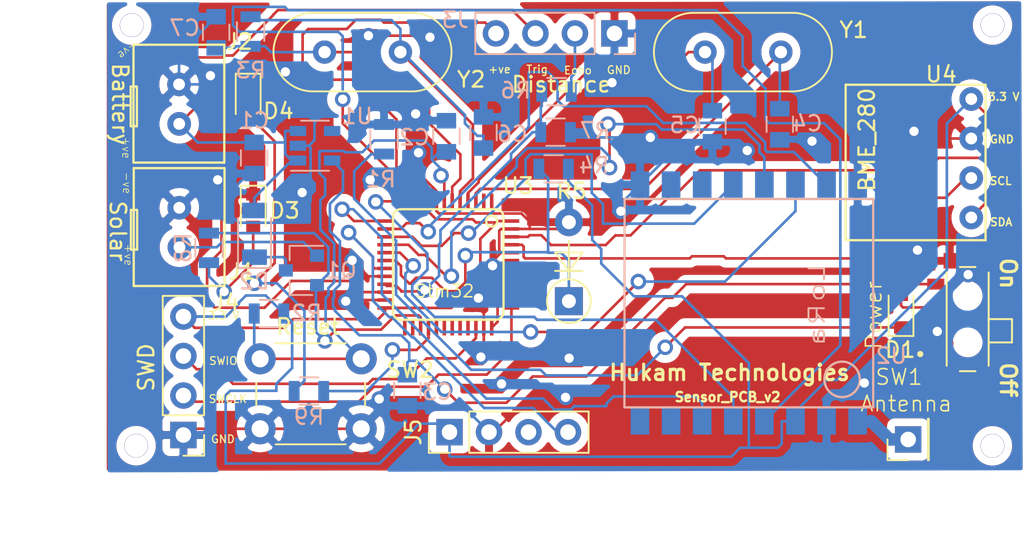
<source format=kicad_pcb>
(kicad_pcb (version 20171130) (host pcbnew 5.1.6-c6e7f7d~87~ubuntu18.04.1)
  (layers (0 F.Cu signal) (31 B.Cu signal) (34 B.Paste user) (35 F.Paste user) (36 B.SilkS user) (37 F.SilkS user) (38 B.Mask user) (39 F.Mask user) (44 Edge.Cuts user))
  (net 0 "")
  (net 1 "Net-(AE1-Pad1)")
  (net 2 /RESET)
  (net 3 /PC14)
  (net 4 /PC15)
  (net 5 /OSCIN)
  (net 6 /OSCOUT)
  (net 7 /Supply_Reg)
  (net 8 /BAT_IN)
  (net 9 /Solar_+ve)
  (net 10 /VCC3V3)
  (net 11 /SWIO)
  (net 12 /SWCLK)
  (net 13 /LDR_IN)
  (net 14 "Net-(U1-Pad4)")
  (net 15 /DIO0)
  (net 16 /DIO1)
  (net 17 /NSS)
  (net 18 /MISO)
  (net 19 /MOSI)
  (net 20 /SCL)
  (net 21 /SDA)
  (net 22 /SCK)
  (net 23 "Net-(D1-Pad1)")
  (net 24 /Echo)
  (net 25 /Trig)
  (net 26 /EchoToStm32)
  (net 27 /Reset_LoRa)
  (net 28 "Net-(U2-Pad10)")
  (net 29 /GND)
  (net 30 "Net-(SW1-Pad1)")
  (net 31 "Net-(U2-Pad11)")
  (net 32 "Net-(U2-Pad8)")
  (net 33 "Net-(U2-Pad7)")
  (net 34 "Net-(U3-Pad38)")
  (net 35 "Net-(U3-Pad1)")
  (net 36 "Net-(U3-Pad2)")
  (net 37 "Net-(U3-Pad26)")
  (net 38 "Net-(U3-Pad29)")
  (net 39 "Net-(U3-Pad30)")
  (net 40 "Net-(U3-Pad31)")
  (net 41 "Net-(U3-Pad32)")
  (net 42 "Net-(U3-Pad33)")
  (net 43 "Net-(U3-Pad39)")
  (net 44 "Net-(U3-Pad40)")
  (net 45 "Net-(U3-Pad41)")
  (net 46 "Net-(U3-Pad42)")
  (net 47 "Net-(U3-Pad43)")
  (net 48 "Net-(U3-Pad25)")
  (net 49 "Net-(J5-Pad3)")
  (net 50 /Air_in)
  (net 51 "Net-(D2-Pad1)")
  (net 52 "Net-(D3-Pad2)")
  (net 53 "Net-(D4-Pad2)")
  (net 54 /Charge)
  (net 55 "Net-(R9-Pad2)")
  (module "Custom_Libraries:STM32(LQFP48)" (layer F.Cu) (at 116.368 34.5872 270)
    (fp_text reference U3 (at -4.5593 -3.98018 180) (layer F.SilkS))
    (fp_text value STM32 hide)
    (pad 38 smd rect (at 2.794 -3.556 270) (size 0.23 1) (layers F.Cu F.Adhes F.Paste F.Mask) (net 34 "Net-(U3-Pad38)"))
    (pad 1 smd rect (at -3.556 -2.286 270) (size 1 0.23) (layers F.Cu F.Adhes F.Paste F.Mask) (net 35 "Net-(U3-Pad1)"))
    (pad 2 smd rect (at -3.556 -1.778 270) (size 1 0.23) (layers F.Cu F.Adhes F.Paste F.Mask) (net 36 "Net-(U3-Pad2)"))
    (pad 3 smd rect (at -3.556 -1.27 270) (size 1 0.23) (layers F.Cu F.Adhes F.Paste F.Mask) (net 3 /PC14))
    (pad 4 smd rect (at -3.556 -0.762 270) (size 1 0.23) (layers F.Cu F.Adhes F.Paste F.Mask) (net 4 /PC15))
    (pad 5 smd rect (at -3.556 -0.254 270) (size 1 0.23) (layers F.Cu F.Adhes F.Paste F.Mask) (net 5 /OSCIN))
    (pad 6 smd rect (at -3.556 0.254 270) (size 1 0.23) (layers F.Cu F.Adhes F.Paste F.Mask) (net 6 /OSCOUT))
    (pad 7 smd rect (at -3.556 0.762 270) (size 1 0.23) (layers F.Cu F.Adhes F.Paste F.Mask) (net 2 /RESET))
    (pad 8 smd rect (at -3.556 1.27 270) (size 1 0.23) (layers F.Cu F.Adhes F.Paste F.Mask) (net 29 /GND))
    (pad 9 smd rect (at -3.556 1.778 270) (size 1 0.23) (layers F.Cu F.Adhes F.Paste F.Mask) (net 10 /VCC3V3))
    (pad 10 smd rect (at -3.556 2.286 270) (size 1 0.23) (layers F.Cu F.Adhes F.Paste F.Mask) (net 8 /BAT_IN))
    (pad 11 smd rect (at -3.556 2.794 270) (size 1 0.23) (layers F.Cu F.Adhes F.Paste F.Mask) (net 27 /Reset_LoRa))
    (pad 12 smd rect (at -3.556 3.302 270) (size 1 0.23) (layers F.Cu F.Adhes F.Paste F.Mask) (net 15 /DIO0))
    (pad 13 smd rect (at -2.286 4.572 270) (size 0.23 1) (layers F.Cu F.Adhes F.Paste F.Mask) (net 16 /DIO1))
    (pad 14 smd rect (at -1.778 4.572 270) (size 0.23 1) (layers F.Cu F.Adhes F.Paste F.Mask) (net 17 /NSS))
    (pad 16 smd rect (at -0.762 4.572 270) (size 0.23 1) (layers F.Cu F.Adhes F.Paste F.Mask) (net 18 /MISO))
    (pad 17 smd rect (at -0.254 4.572 270) (size 0.23 1) (layers F.Cu F.Adhes F.Paste F.Mask) (net 19 /MOSI))
    (pad 18 smd rect (at 0.254 4.572 270) (size 0.23 1) (layers F.Cu F.Adhes F.Paste F.Mask) (net 13 /LDR_IN))
    (pad 19 smd rect (at 0.762 4.572 270) (size 0.23 1) (layers F.Cu F.Adhes F.Paste F.Mask) (net 50 /Air_in))
    (pad 20 smd rect (at 1.27 4.572 270) (size 0.23 1) (layers F.Cu F.Adhes F.Paste F.Mask) (net 29 /GND))
    (pad 21 smd rect (at 1.778 4.572 270) (size 0.23 1) (layers F.Cu F.Adhes F.Paste F.Mask) (net 26 /EchoToStm32))
    (pad 22 smd rect (at 2.286 4.572 270) (size 0.23 1) (layers F.Cu F.Adhes F.Paste F.Mask) (net 25 /Trig))
    (pad 23 smd rect (at 2.794 4.572 270) (size 0.23 1) (layers F.Cu F.Adhes F.Paste F.Mask) (net 29 /GND))
    (pad 24 smd rect (at 3.302 4.572 270) (size 0.23 1) (layers F.Cu F.Adhes F.Paste F.Mask) (net 10 /VCC3V3))
    (pad 26 smd rect (at 4.572 2.794 270) (size 1 0.23) (layers F.Cu F.Adhes F.Paste F.Mask) (net 37 "Net-(U3-Pad26)"))
    (pad 27 smd rect (at 4.572 2.286 270) (size 1 0.23) (layers F.Cu F.Adhes F.Paste F.Mask) (net 54 /Charge))
    (pad 28 smd rect (at 4.572 1.778 270) (size 1 0.23) (layers F.Cu F.Adhes F.Paste F.Mask) (net 55 "Net-(R9-Pad2)"))
    (pad 29 smd rect (at 4.572 1.27 270) (size 1 0.23) (layers F.Cu F.Adhes F.Paste F.Mask) (net 38 "Net-(U3-Pad29)"))
    (pad 30 smd rect (at 4.572 0.762 270) (size 1 0.23) (layers F.Cu F.Adhes F.Paste F.Mask) (net 39 "Net-(U3-Pad30)"))
    (pad 31 smd rect (at 4.572 0.254 270) (size 1 0.23) (layers F.Cu F.Adhes F.Paste F.Mask) (net 40 "Net-(U3-Pad31)"))
    (pad 32 smd rect (at 4.572 -0.254 270) (size 1 0.23) (layers F.Cu F.Adhes F.Paste F.Mask) (net 41 "Net-(U3-Pad32)"))
    (pad 33 smd rect (at 4.572 -0.762 270) (size 1 0.23) (layers F.Cu F.Adhes F.Paste F.Mask) (net 42 "Net-(U3-Pad33)"))
    (pad 34 smd rect (at 4.572 -1.27 270) (size 1 0.23) (layers F.Cu F.Adhes F.Paste F.Mask) (net 11 /SWIO))
    (pad 35 smd rect (at 4.572 -1.778 270) (size 1 0.23) (layers F.Cu F.Adhes F.Paste F.Mask) (net 29 /GND))
    (pad 36 smd rect (at 4.572 -2.286 270) (size 1 0.23) (layers F.Cu F.Adhes F.Paste F.Mask) (net 10 /VCC3V3))
    (pad 37 smd rect (at 3.302 -3.556 270) (size 0.23 1) (layers F.Cu F.Adhes F.Paste F.Mask) (net 12 /SWCLK))
    (pad 39 smd rect (at 2.286 -3.556 270) (size 0.23 1) (layers F.Cu F.Adhes F.Paste F.Mask) (net 43 "Net-(U3-Pad39)"))
    (pad 40 smd rect (at 1.778 -3.556 270) (size 0.23 1) (layers F.Cu F.Adhes F.Paste F.Mask) (net 44 "Net-(U3-Pad40)"))
    (pad 41 smd rect (at 1.27 -3.556 270) (size 0.23 1) (layers F.Cu F.Adhes F.Paste F.Mask) (net 45 "Net-(U3-Pad41)"))
    (pad 42 smd rect (at 0.762 -3.556 270) (size 0.23 1) (layers F.Cu F.Adhes F.Paste F.Mask) (net 46 "Net-(U3-Pad42)"))
    (pad 43 smd rect (at 0.254 -3.556 270) (size 0.23 1) (layers F.Cu F.Adhes F.Paste F.Mask) (net 47 "Net-(U3-Pad43)"))
    (pad 44 smd rect (at -0.254 -3.556 270) (size 0.23 1) (layers F.Cu F.Adhes F.Paste F.Mask) (net 29 /GND))
    (pad 45 smd rect (at -0.762 -3.556 270) (size 0.23 1) (layers F.Cu F.Adhes F.Paste F.Mask) (net 20 /SCL))
    (pad 46 smd rect (at -1.27 -3.556 270) (size 0.23 1) (layers F.Cu F.Adhes F.Paste F.Mask) (net 21 /SDA))
    (pad 47 smd rect (at -1.778 -3.556 270) (size 0.23 1) (layers F.Cu F.Adhes F.Paste F.Mask) (net 29 /GND))
    (pad 48 smd rect (at -2.286 -3.556 270) (size 0.23 1) (layers F.Cu F.Adhes F.Paste F.Mask) (net 10 /VCC3V3))
    (pad 25 smd rect (at 4.572 3.302 270) (size 1 0.23) (layers F.Cu F.Adhes F.Paste F.Mask) (net 48 "Net-(U3-Pad25)"))
    (pad 15 smd rect (at -1.27 4.572 270) (size 0.23 1) (layers F.Cu F.Adhes F.Paste F.Mask) (net 22 /SCK))
  )
  (module Custom_Libraries:SW_MLL1200S (layer F.Cu) (at 149.268 38.608 90)
    (fp_text reference SW1 (at -3.72364 -4.41706 180) (layer F.SilkS) (effects (font (size 1.000228 1.000228) (thickness 0.1))))
    (fp_text value MLL1200S hide)
    (pad G4 smd rect (at 3.75 1.15 90) (size 1 0.8) (layers F.Cu F.Paste F.Mask))
    (pad G2 smd rect (at 3.75 -1.15 90) (size 1 0.8) (layers F.Cu F.Paste F.Mask) (net 29 /GND))
    (pad G3 smd rect (at -3.75 1.15 90) (size 1 0.8) (layers F.Cu F.Paste F.Mask) (net 29 /GND))
    (pad G1 smd rect (at -3.75 -1.15 90) (size 1 0.8) (layers F.Cu F.Paste F.Mask) (net 29 /GND))
    (pad 3 smd rect (at 2.25 -2.05 90) (size 0.7 1.1) (layers F.Cu F.Paste F.Mask) (net 7 /Supply_Reg))
    (pad 2 smd rect (at 0.75 -2.05 90) (size 0.7 1.1) (layers F.Cu F.Paste F.Mask) (net 10 /VCC3V3))
    (pad 1 smd rect (at -2.25 -2.05 90) (size 0.7 1.1) (layers F.Cu F.Paste F.Mask) (net 30 "Net-(SW1-Pad1)"))
    (pad None np_thru_hole circle (at 1.5 0 90) (size 0.9 0.9) (drill 0.9) (layers *.Cu *.Mask))
    (pad "" np_thru_hole circle (at -1.5 0 90) (size 0.9 0.9) (drill 0.9) (layers *.Cu *.Mask))
  )
  (module Custom_Libraries:MountingHole1.5mm (layer F.Cu) (at 95.7834 46.75)
    (fp_text reference M3 hide)
    (fp_text value MountingHole_1.5mm hide)
    (pad "" thru_hole circle (at 0 0) (size 1.524 1.524) (drill 1.5) (layers *.Cu *.Mask))
  )
  (module Custom_Libraries:MountingHole1.5mm (layer F.Cu) (at 150.86 46.7589)
    (fp_text reference M4 hide)
    (fp_text value MountingHole_1.5mm hide)
    (pad "" thru_hole circle (at 0 0) (size 1.524 1.524) (drill 1.5) (layers *.Cu *.Mask))
  )
  (module Custom_Libraries:MountingHole1.5mm (layer F.Cu) (at 150.866 19.7)
    (fp_text reference M1 hide)
    (fp_text value MountingHole_1.5mm hide)
    (pad "" thru_hole circle (at 0 0) (size 1.524 1.524) (drill 1.5) (layers *.Cu *.Mask))
  )
  (module Custom_Libraries:MountingHole1.5mm (layer F.Cu) (at 95.4989 19.7002)
    (fp_text reference M2 hide)
    (fp_text value MountingHole_1.5mm hide)
    (pad "" thru_hole circle (at 0 0) (size 1.524 1.524) (drill 1.5) (layers *.Cu *.Mask))
  )
  (module Resistors_SMD:R_0805 (layer B.Cu) (at 106.898 43.2359)
    (fp_text reference R9 (at 0 1.65) (layer B.SilkS) (effects (justify mirror)))
    (fp_text value "510 R" hide)
    (pad 1 smd rect (at -0.95 0) (size 0.7 1.3) (layers B.Cu B.Paste B.Mask) (net 53 "Net-(D4-Pad2)"))
    (pad 2 smd rect (at 0.95 0) (size 0.7 1.3) (layers B.Cu B.Paste B.Mask) (net 55 "Net-(R9-Pad2)"))
  )
  (module Resistors_SMD:R_0805 (layer B.Cu) (at 100.47 34.0284 270)
    (fp_text reference R8 (at 0 1.65 270) (layer B.SilkS) (effects (justify mirror)))
    (fp_text value "510 R" hide)
    (pad 1 smd rect (at -0.95 0 270) (size 0.7 1.3) (layers B.Cu B.Paste B.Mask) (net 54 /Charge))
    (pad 2 smd rect (at 0.95 0 270) (size 0.7 1.3) (layers B.Cu B.Paste B.Mask) (net 52 "Net-(D3-Pad2)"))
  )
  (module TO_SOT_Packages_SMD:SOT-23 (layer B.Cu) (at 106.416 35.4762 180)
    (fp_text reference Q1 (at -2.55016 0) (layer B.SilkS) (effects (justify mirror)))
    (fp_text value BC547 hide)
    (pad 1 smd rect (at -1 0.95 180) (size 0.9 0.8) (layers B.Cu B.Paste B.Mask) (net 9 /Solar_+ve))
    (pad 2 smd rect (at -1 -0.95 180) (size 0.9 0.8) (layers B.Cu B.Paste B.Mask) (net 54 /Charge))
    (pad 3 smd rect (at 1 0 180) (size 0.9 0.8) (layers B.Cu B.Paste B.Mask) (net 51 "Net-(D2-Pad1)"))
  )
  (module Diodes_SMD:D_0805 (layer F.Cu) (at 102.992 24.4246 270)
    (fp_text reference D4 (at 0.80518 -1.94564 180) (layer F.SilkS))
    (fp_text value Bat_Low hide)
    (pad 1 smd rect (at -1.05 0 270) (size 0.8 0.9) (layers F.Cu F.Paste F.Mask) (net 29 /GND))
    (pad 2 smd rect (at 1.05 0 270) (size 0.8 0.9) (layers F.Cu F.Paste F.Mask) (net 53 "Net-(D4-Pad2)"))
  )
  (module Diodes_SMD:D_0805 (layer F.Cu) (at 103.314 31.6306 270)
    (fp_text reference D3 (at -0.00254 -2.01676 180) (layer F.SilkS))
    (fp_text value Pwr_L.E.D hide)
    (pad 1 smd rect (at -1.05 0 270) (size 0.8 0.9) (layers F.Cu F.Paste F.Mask) (net 29 /GND))
    (pad 2 smd rect (at 1.05 0 270) (size 0.8 0.9) (layers F.Cu F.Paste F.Mask) (net 52 "Net-(D3-Pad2)"))
  )
  (module Pin_Headers:Pin_Header_Straight_1x04_Pitch2.54mm (layer F.Cu) (at 115.941 45.8775 90)
    (fp_text reference J5 (at 0 -2.33 90) (layer F.SilkS))
    (fp_text value Airquality hide)
    (pad 1 thru_hole rect (at 0 0 90) (size 1.7 1.7) (drill 1) (layers *.Cu *.Mask) (net 10 /VCC3V3))
    (pad 2 thru_hole oval (at 0 2.54 90) (size 1.7 1.7) (drill 1) (layers *.Cu *.Mask) (net 29 /GND))
    (pad 3 thru_hole oval (at 0 5.08 90) (size 1.7 1.7) (drill 1) (layers *.Cu *.Mask) (net 49 "Net-(J5-Pad3)"))
    (pad 4 thru_hole oval (at 0 7.62 90) (size 1.7 1.7) (drill 1) (layers *.Cu *.Mask) (net 50 /Air_in))
  )
  (module Custom_Libraries:Battery_holder (layer F.Cu) (at 99.9947 24.9606 270)
    (fp_text reference J2 (at -4.19862 -2.42824 180) (layer F.SilkS))
    (fp_text value Battery_input hide)
    (pad 2 thru_hole circle (at 1.09 1.44 270) (size 1.524 1.524) (drill 0.762) (layers *.Cu *.Mask) (net 8 /BAT_IN))
    (pad 1 thru_hole circle (at -1.45 1.45 270) (size 1.524 1.524) (drill 0.762) (layers *.Cu *.Mask) (net 29 /GND))
  )
  (module Pin_Headers:Pin_Header_Straight_1x04_Pitch2.54mm (layer F.Cu) (at 98.8263 46.0629 180)
    (fp_text reference J4 (at -2.7305 8.52424) (layer F.SilkS))
    (fp_text value SWD (at 2.38806 4.3478 270) (layer F.SilkS))
    (pad 4 thru_hole oval (at 0 7.62 180) (size 1.7 1.7) (drill 1) (layers *.Cu *.Mask) (net 10 /VCC3V3))
    (pad 3 thru_hole oval (at 0 5.08 180) (size 1.7 1.7) (drill 1) (layers *.Cu *.Mask) (net 11 /SWIO))
    (pad 2 thru_hole oval (at 0 2.54 180) (size 1.7 1.7) (drill 1) (layers *.Cu *.Mask) (net 12 /SWCLK))
    (pad 1 thru_hole rect (at 0 0 180) (size 1.7 1.7) (drill 1) (layers *.Cu *.Mask) (net 29 /GND))
  )
  (module Diodes_SMD:D_1206 (layer B.Cu) (at 103.398 33.1227 90)
    (fp_text reference D2 (at -3.05308 -0.02794 180) (layer B.SilkS) (effects (justify mirror)))
    (fp_text value DIODE hide)
    (pad 1 smd rect (at -1.5 0 90) (size 1 1.6) (layers B.Cu B.Paste B.Mask) (net 51 "Net-(D2-Pad1)"))
    (pad 2 smd rect (at 1.5 0 90) (size 1 1.6) (layers B.Cu B.Paste B.Mask) (net 8 /BAT_IN))
  )
  (module Custom_Libraries:LoRa (layer B.Cu) (at 135.192 41.6839 90)
    (fp_text reference U2 (at 0.7214 9.1639) (layer B.SilkS) (effects (justify mirror)))
    (fp_text value LoRa (at 3.99 4.38 270) (layer B.SilkS) (effects (font (size 1 1.5) (thickness 0.125)) (justify mirror)))
    (pad 16 smd rect (at 11.73 7 90) (size 1.7 1.2) (layers B.Cu B.Adhes B.Paste B.Mask) (net 29 /GND))
    (pad 15 smd rect (at 11.73 5 90) (size 1.7 1.2) (layers B.Cu B.Adhes B.Paste B.Mask) (net 17 /NSS))
    (pad 14 smd rect (at 11.73 3 90) (size 1.7 1.2) (layers B.Cu B.Adhes B.Paste B.Mask) (net 19 /MOSI))
    (pad 13 smd rect (at 11.73 1 90) (size 1.7 1.2) (layers B.Cu B.Adhes B.Paste B.Mask) (net 18 /MISO))
    (pad 12 smd rect (at 11.73 -1 90) (size 1.7 1.2) (layers B.Cu B.Adhes B.Paste B.Mask) (net 22 /SCK))
    (pad 11 smd rect (at 11.73 -3 90) (size 1.7 1.2) (layers B.Cu B.Adhes B.Paste B.Mask) (net 31 "Net-(U2-Pad11)"))
    (pad 10 smd rect (at 11.73 -5 90) (size 1.7 1.2) (layers B.Cu B.Adhes B.Paste B.Mask) (net 28 "Net-(U2-Pad10)"))
    (pad 9 smd rect (at 11.73 -7 90) (size 1.7 1.2) (layers B.Cu B.Adhes B.Paste B.Mask) (net 29 /GND))
    (pad 8 smd rect (at -3.5 -7 90) (size 1.7 1.2) (layers B.Cu B.Adhes B.Paste B.Mask) (net 32 "Net-(U2-Pad8)"))
    (pad 7 smd rect (at -3.5 -5 90) (size 1.7 1.2) (layers B.Cu B.Adhes B.Paste B.Mask) (net 33 "Net-(U2-Pad7)"))
    (pad 6 smd rect (at -3.5 -3 90) (size 1.7 1.2) (layers B.Cu B.Adhes B.Paste B.Mask) (net 16 /DIO1))
    (pad 5 smd rect (at -3.5 -1 90) (size 1.7 1.2) (layers B.Cu B.Adhes B.Paste B.Mask) (net 15 /DIO0))
    (pad 4 smd rect (at -3.5 1 90) (size 1.7 1.2) (layers B.Cu B.Adhes B.Paste B.Mask) (net 27 /Reset_LoRa))
    (pad 3 smd rect (at -3.5 3 90) (size 1.7 1.2) (layers B.Cu B.Adhes B.Paste B.Mask) (net 10 /VCC3V3))
    (pad 2 smd rect (at -3.5 5 90) (size 1.7 1.2) (layers B.Cu B.Adhes B.Paste B.Mask) (net 29 /GND))
    (pad 1 smd rect (at -3.5 7 90) (size 1.7 1.2) (layers B.Cu B.Adhes B.Paste B.Mask) (net 1 "Net-(AE1-Pad1)"))
  )
  (module Pin_Headers:Pin_Header_Straight_1x01_Pitch2.54mm (layer F.Cu) (at 145.44 46.3499 90)
    (fp_text reference AE1 hide)
    (fp_text value Antenna hide)
    (pad 1 thru_hole rect (at 0 0 90) (size 1.7 1.7) (drill 1) (layers *.Cu *.Mask) (net 1 "Net-(AE1-Pad1)"))
  )
  (module Resistors_SMD:R_0805 (layer B.Cu) (at 122.761 26.5836 180)
    (fp_text reference R7 (at -2.54254 0.10414) (layer B.SilkS) (effects (justify mirror)))
    (fp_text value 4.7K hide)
    (pad 1 smd rect (at -0.95 0 180) (size 0.7 1.3) (layers B.Cu B.Paste B.Mask) (net 29 /GND))
    (pad 2 smd rect (at 0.95 0 180) (size 0.7 1.3) (layers B.Cu B.Paste B.Mask) (net 26 /EchoToStm32))
  )
  (module Resistors_SMD:R_0805 (layer B.Cu) (at 122.822 23.9776)
    (fp_text reference R6 (at -2.62382 -0.0762) (layer B.SilkS) (effects (justify mirror)))
    (fp_text value 2.7K hide)
    (pad 1 smd rect (at -0.95 0) (size 0.7 1.3) (layers B.Cu B.Paste B.Mask) (net 26 /EchoToStm32))
    (pad 2 smd rect (at 0.95 0) (size 0.7 1.3) (layers B.Cu B.Paste B.Mask) (net 24 /Echo))
  )
  (module Pin_Headers:Pin_Header_Straight_1x04_Pitch2.54mm (layer B.Cu) (at 126.548 20.2336 90)
    (fp_text reference J3 (at 0.87122 -10.23874 180) (layer B.SilkS) (effects (justify mirror)))
    (fp_text value "Distance /" hide)
    (pad 1 thru_hole rect (at 0 0 90) (size 1.7 1.7) (drill 1) (layers *.Cu *.Mask) (net 29 /GND))
    (pad 2 thru_hole oval (at 0 -2.54 90) (size 1.7 1.7) (drill 1) (layers *.Cu *.Mask) (net 24 /Echo))
    (pad 3 thru_hole oval (at 0 -5.08 90) (size 1.7 1.7) (drill 1) (layers *.Cu *.Mask) (net 25 /Trig))
    (pad 4 thru_hole oval (at 0 -7.62 90) (size 1.7 1.7) (drill 1) (layers *.Cu *.Mask) (net 8 /BAT_IN))
  )
  (module Custom_Libraries:Battery_holder (layer F.Cu) (at 100.01 32.8981 270)
    (fp_text reference J1 (at 2.6543 -2.59842 180) (layer F.SilkS))
    (fp_text value Solar_input hide)
    (pad 2 thru_hole circle (at 1.09 1.44 270) (size 1.524 1.524) (drill 0.762) (layers *.Cu *.Mask) (net 9 /Solar_+ve))
    (pad 1 thru_hole circle (at -1.45 1.45 270) (size 1.524 1.524) (drill 0.762) (layers *.Cu *.Mask) (net 29 /GND))
  )
  (module Capacitors_SMD:C_0805 (layer B.Cu) (at 115.743 26.8471 270)
    (fp_text reference C2 (at 0.07188 2.05486 180) (layer B.SilkS) (effects (justify mirror)))
    (fp_text value 1.0uf hide)
    (pad 1 smd rect (at -1 0 270) (size 1 1.25) (layers B.Cu B.Paste B.Mask) (net 29 /GND))
    (pad 2 smd rect (at 1 0 270) (size 1 1.25) (layers B.Cu B.Paste B.Mask) (net 2 /RESET))
  )
  (module Capacitors_SMD:C_0805 (layer B.Cu) (at 137.185 26.0756 270)
    (fp_text reference C4 (at -0.05334 -1.76784 180) (layer B.SilkS) (effects (justify mirror)))
    (fp_text value 20pf hide)
    (pad 1 smd rect (at -1 0 270) (size 1 1.25) (layers B.Cu B.Paste B.Mask) (net 3 /PC14))
    (pad 2 smd rect (at 1 0 270) (size 1 1.25) (layers B.Cu B.Paste B.Mask) (net 29 /GND))
  )
  (module Capacitors_SMD:C_0805 (layer B.Cu) (at 132.852 26.2026 270)
    (fp_text reference C5 (at -0.0762 1.78308 180) (layer B.SilkS) (effects (justify mirror)))
    (fp_text value 20pf hide)
    (pad 2 smd rect (at 1 0 270) (size 1 1.25) (layers B.Cu B.Paste B.Mask) (net 29 /GND))
    (pad 1 smd rect (at -1 0 270) (size 1 1.25) (layers B.Cu B.Paste B.Mask) (net 4 /PC15))
  )
  (module Capacitors_SMD:C_0805 (layer B.Cu) (at 118.125 26.6065 90)
    (fp_text reference C6 (at -0.09398 1.85928 180) (layer B.SilkS) (effects (justify mirror)))
    (fp_text value 20pf hide)
    (pad 2 smd rect (at 1 0 90) (size 1 1.25) (layers B.Cu B.Paste B.Mask) (net 29 /GND))
    (pad 1 smd rect (at -1 0 90) (size 1 1.25) (layers B.Cu B.Paste B.Mask) (net 5 /OSCIN))
  )
  (module Capacitors_SMD:C_0805 (layer B.Cu) (at 100.932 20.16 90)
    (fp_text reference C7 (at 0.2794 -2.02438 180) (layer B.SilkS) (effects (justify mirror)))
    (fp_text value 20pf hide)
    (pad 1 smd rect (at -1 0 90) (size 1 1.25) (layers B.Cu B.Paste B.Mask) (net 6 /OSCOUT))
    (pad 2 smd rect (at 1 0 90) (size 1 1.25) (layers B.Cu B.Paste B.Mask) (net 29 /GND))
  )
  (module Capacitors_SMD:C_0805 (layer B.Cu) (at 103.373 28.2448 90)
    (fp_text reference C1 (at 2.41046 0 180) (layer B.SilkS) (effects (justify mirror)))
    (fp_text value "100 nf" hide)
    (pad 2 smd rect (at 1 0 90) (size 1 1.25) (layers B.Cu B.Paste B.Mask) (net 8 /BAT_IN))
    (pad 1 smd rect (at -1 0 90) (size 1 1.25) (layers B.Cu B.Paste B.Mask) (net 29 /GND))
  )
  (module Capacitors_SMD:C_0805 (layer B.Cu) (at 113.231 43.1851 90)
    (fp_text reference C3 (at -0.11 1.93 180) (layer B.SilkS) (effects (justify mirror)))
    (fp_text value "100 nf" hide)
    (pad 2 smd rect (at 1 0 90) (size 1 1.25) (layers B.Cu B.Paste B.Mask) (net 7 /Supply_Reg))
    (pad 1 smd rect (at -1 0 90) (size 1 1.25) (layers B.Cu B.Paste B.Mask) (net 29 /GND))
  )
  (module Diodes_SMD:D_0805 (layer F.Cu) (at 144.981 38.0949 90)
    (fp_text reference D1 (at -2.48416 -0.05318 180) (layer F.SilkS))
    (fp_text value Pwr_L.E.D hide)
    (pad 1 smd rect (at -1.05 0 90) (size 0.8 0.9) (layers F.Cu F.Paste F.Mask) (net 23 "Net-(D1-Pad1)"))
    (pad 2 smd rect (at 1.05 0 90) (size 0.8 0.9) (layers F.Cu F.Paste F.Mask) (net 10 /VCC3V3))
  )
  (module Resistors_SMD:R_0805 (layer B.Cu) (at 104.33 38.2499 180)
    (fp_text reference R2 (at -2.4257 0.03048) (layer B.SilkS) (effects (justify mirror)))
    (fp_text value 10K hide)
    (pad 2 smd rect (at 0.95 0 180) (size 0.7 1.3) (layers B.Cu B.Paste B.Mask) (net 2 /RESET))
    (pad 1 smd rect (at -0.95 0 180) (size 0.7 1.3) (layers B.Cu B.Paste B.Mask) (net 10 /VCC3V3))
  )
  (module Resistors_SMD:R_0805 (layer B.Cu) (at 103.147 20.1117 270)
    (fp_text reference R3 (at 2.5 0 180) (layer B.SilkS) (effects (justify mirror)))
    (fp_text value 1M hide)
    (pad 1 smd rect (at -0.95 0 270) (size 0.7 1.3) (layers B.Cu B.Paste B.Mask) (net 5 /OSCIN))
    (pad 2 smd rect (at 0.95 0 270) (size 0.7 1.3) (layers B.Cu B.Paste B.Mask) (net 6 /OSCOUT))
  )
  (module Resistors_SMD:R_0805 (layer B.Cu) (at 111.73 27.0408 90)
    (fp_text reference R1 (at -2.57556 -0.21844 180) (layer B.SilkS) (effects (justify mirror)))
    (fp_text value "510 R" hide)
    (pad 2 smd rect (at 0.95 0 90) (size 0.7 1.3) (layers B.Cu B.Paste B.Mask) (net 29 /GND))
    (pad 1 smd rect (at -0.95 0 90) (size 0.7 1.3) (layers B.Cu B.Paste B.Mask) (net 23 "Net-(D1-Pad1)"))
  )
  (module Resistors_SMD:R_0805 (layer B.Cu) (at 122.636 28.9433)
    (fp_text reference R4 (at 2.60604 -0.2159) (layer B.SilkS) (effects (justify mirror)))
    (fp_text value 10K hide)
    (pad 1 smd rect (at -0.95 0) (size 0.7 1.3) (layers B.Cu B.Paste B.Mask) (net 13 /LDR_IN))
    (pad 2 smd rect (at 0.95 0) (size 0.7 1.3) (layers B.Cu B.Paste B.Mask) (net 10 /VCC3V3))
  )
  (module Diodes_THT:D_A-405_P5.08mm_Vertical_AnodeUp (layer F.Cu) (at 123.619 37.4548 90)
    (fp_text reference R5 (at 7.08406 0.18034 180) (layer F.SilkS))
    (fp_text value LDR hide)
    (pad 2 thru_hole oval (at 5.08 0 90) (size 1.8 1.8) (drill 0.9) (layers *.Cu *.Mask) (net 29 /GND))
    (pad 1 thru_hole rect (at 0 0 90) (size 1.8 1.8) (drill 0.9) (layers *.Cu *.Mask) (net 13 /LDR_IN))
  )
  (module TO_SOT_Packages_SMD:SOT-23-5 (layer B.Cu) (at 107.29 27.4574)
    (fp_text reference U1 (at 2.71018 -1.905) (layer B.SilkS) (effects (justify mirror)))
    (fp_text value APK2112.K-3.3 hide)
    (pad 1 smd rect (at -1.1 0.95) (size 1.06 0.65) (layers B.Cu B.Paste B.Mask) (net 8 /BAT_IN))
    (pad 2 smd rect (at -1.1 0) (size 1.06 0.65) (layers B.Cu B.Paste B.Mask) (net 29 /GND))
    (pad 3 smd rect (at -1.1 -0.95) (size 1.06 0.65) (layers B.Cu B.Paste B.Mask) (net 8 /BAT_IN))
    (pad 4 smd rect (at 1.1 -0.95) (size 1.06 0.65) (layers B.Cu B.Paste B.Mask) (net 14 "Net-(U1-Pad4)"))
    (pad 5 smd rect (at 1.1 0.95) (size 1.06 0.65) (layers B.Cu B.Paste B.Mask) (net 7 /Supply_Reg))
  )
  (module Custom_Libraries:BME280 (layer F.Cu) (at 144.419 29.5326)
    (fp_text reference U4 (at 3.14706 -6.6675) (layer F.SilkS))
    (fp_text value BME_280 (at -1.63 -2.46 90) (layer F.SilkS))
    (pad 1 thru_hole circle (at 5.08 -5.08) (size 1.524 1.524) (drill 0.762) (layers *.Cu *.Mask) (net 10 /VCC3V3))
    (pad 2 thru_hole circle (at 5.08 -2.54) (size 1.524 1.524) (drill 0.762) (layers *.Cu *.Mask) (net 29 /GND))
    (pad 3 thru_hole circle (at 5.08 0) (size 1.524 1.524) (drill 0.762) (layers *.Cu *.Mask) (net 20 /SCL))
    (pad 4 thru_hole circle (at 5.08 2.54) (size 1.524 1.524) (drill 0.762) (layers *.Cu *.Mask) (net 21 /SDA))
  )
  (module Crystals:Crystal_HC49-4H_Vertical (layer F.Cu) (at 137.254 21.4351 180)
    (fp_text reference Y1 (at -4.68376 1.42748) (layer F.SilkS))
    (fp_text value 32.768K)
    (pad 2 thru_hole circle (at 4.88 0 180) (size 1.5 1.5) (drill 0.8) (layers *.Cu *.Mask) (net 4 /PC15))
    (pad 1 thru_hole circle (at 0 0 180) (size 1.5 1.5) (drill 0.8) (layers *.Cu *.Mask) (net 3 /PC14))
  )
  (module Crystals:Crystal_HC49-4H_Vertical (layer F.Cu) (at 112.784 21.4351 180)
    (fp_text reference Y2 (at -4.553159 -1.760617 unlocked) (layer F.SilkS))
    (fp_text value 8Mhz)
    (pad 1 thru_hole circle (at 0 0 180) (size 1.5 1.5) (drill 0.8) (layers *.Cu *.Mask) (net 5 /OSCIN))
    (pad 2 thru_hole circle (at 4.88 0 180) (size 1.5 1.5) (drill 0.8) (layers *.Cu *.Mask) (net 6 /OSCOUT))
  )
  (module Buttons_Switches_THT:SW_PUSH_6mm_h5mm (layer F.Cu) (at 110.261 45.6616 180)
    (fp_text reference SW2 (at -3.14452 3.79222) (layer F.SilkS))
    (fp_text value SW_Push hide)
    (pad 1 thru_hole circle (at 6.5 0 270) (size 2 2) (drill 1.1) (layers *.Cu *.Mask) (net 29 /GND))
    (pad 2 thru_hole circle (at 6.5 4.5 270) (size 2 2) (drill 1.1) (layers *.Cu *.Mask) (net 2 /RESET))
    (pad 1 thru_hole circle (at 0 0 270) (size 2 2) (drill 1.1) (layers *.Cu *.Mask) (net 29 /GND))
    (pad 2 thru_hole circle (at 0 4.5 270) (size 2 2) (drill 1.1) (layers *.Cu *.Mask) (net 2 /RESET))
  )
  (gr_text Antenna (at 145.3134 44.04868) (layer F.SilkS) (effects (font (size 1 1) (thickness 0.1))))
  (gr_text GND (at 101.36632 46.3296) (layer F.SilkS) (effects (font (size 0.5 0.5) (thickness 0.08))))
  (gr_text SWCLK (at 101.6889 43.74388) (layer F.SilkS) (effects (font (size 0.5 0.5) (thickness 0.08))))
  (gr_text SWIO (at 101.38918 41.29278) (layer F.SilkS) (effects (font (size 0.5 0.5) (thickness 0.08))))
  (gr_text "3.3 V" (at 101.4095 38.38448) (layer F.SilkS) (effects (font (size 0.5 0.5) (thickness 0.08))))
  (gr_text +ve (at 119.15902 22.54504) (layer F.SilkS) (effects (font (size 0.5 0.5) (thickness 0.08))))
  (gr_text Trig (at 121.57202 22.54504) (layer F.SilkS) (effects (font (size 0.5 0.5) (thickness 0.08))))
  (gr_text Echo (at 124.19838 22.61108) (layer F.SilkS) (effects (font (size 0.5 0.5) (thickness 0.08))))
  (gr_text On (at 151.87676 35.67176 270) (layer F.SilkS) (effects (font (size 1 1) (thickness 0.2))))
  (gr_text Off (at 151.87676 42.5196 270) (layer F.SilkS) (effects (font (size 1 1) (thickness 0.2))))
  (gr_text +ve (at 95.2881 34.47796 270) (layer F.SilkS) (effects (font (size 0.5 0.5) (thickness 0.05))))
  (gr_text -ve (at 95.18904 29.85262 270) (layer F.SilkS) (effects (font (size 0.5 0.5) (thickness 0.05))))
  (gr_text -ve (at 95.23476 21.29028 220) (layer F.SilkS) (effects (font (size 0.5 0.5) (thickness 0.05))))
  (gr_text +ve (at 95.14586 27.58186 270) (layer F.SilkS) (effects (font (size 0.5 0.5) (thickness 0.05))))
  (gr_text "3.3 V" (at 151.59228 24.31034) (layer F.SilkS) (effects (font (size 0.5 0.5) (thickness 0.1))))
  (gr_text GND (at 151.46528 27.04592) (layer F.SilkS) (effects (font (size 0.5 0.5) (thickness 0.1))))
  (gr_text SCL (at 151.38908 29.72562) (layer F.SilkS) (effects (font (size 0.5 0.5) (thickness 0.1))))
  (gr_text SDA (at 151.42718 32.36976) (layer F.SilkS) (effects (font (size 0.5 0.5) (thickness 0.1))))
  (gr_text GND (at 126.82728 22.58822) (layer F.SilkS) (effects (font (size 0.5 0.5) (thickness 0.08))))
  (gr_text Solar (at 94.6023 32.9565 270) (layer F.SilkS) (effects (font (size 1 1))))
  (gr_text Battery (at 94.75216 24.78532 270) (layer F.SilkS) (effects (font (size 1 1))))
  (gr_text Distance (at 123.13158 23.51532) (layer F.SilkS) (effects (font (size 1 1))))
  (gr_text Reset (at 106.83494 39.09568) (layer F.SilkS) (effects (font (size 1 1))))
  (gr_text Stm32 (at 115.62334 36.80714) (layer F.SilkS) (effects (font (size 0.8 0.8) (thickness 0.1))))
  (gr_text Power (at 143.23314 38.35654 90) (layer F.SilkS) (effects (font (size 1 1) (thickness 0.1))))
  (gr_text Sensor_PCB_v2 (at 133.82498 43.62196) (layer F.SilkS) (effects (font (size 0.6 0.6))))
  (gr_text "Hukam Technologies\n" (at 133.94944 42.0497) (layer F.SilkS) (effects (font (size 1 1) (thickness 0.2))))
  (segment (start 142.192 45.1839) (end 143.0773 45.1839) (width 0.8) (layer B.Cu) (net 1))
  (segment (start 145.44 46.3499) (end 144.2433 46.3499) (width 0.8) (layer B.Cu) (net 1))
  (segment (start 144.2433 46.3499) (end 143.0773 45.1839) (width 0.8) (layer B.Cu) (net 1))
  (segment (start 110.261 41.1616) (end 103.761 41.1616) (width 0.17) (layer F.Cu) (net 2))
  (segment (start 115.2879 27.8471) (end 114.7942 28.3408) (width 0.17) (layer B.Cu) (net 2))
  (segment (start 115.743 27.8471) (end 115.2879 27.8471) (width 0.17) (layer B.Cu) (net 2))
  (segment (start 103.761 41.1616) (end 103.38 40.7806) (width 0.17) (layer B.Cu) (net 2))
  (segment (start 103.38 40.7806) (end 103.38 38.2499) (width 0.17) (layer B.Cu) (net 2))
  (segment (start 114.7942 28.3408) (end 115.39474 28.94134) (width 0.17) (layer B.Cu) (net 2))
  (segment (start 115.39474 28.94134) (end 115.39474 29.375102) (width 0.17) (layer B.Cu) (net 2))
  (segment (start 115.606 31.0312) (end 115.606 29.586362) (width 0.17) (layer F.Cu) (net 2))
  (segment (start 115.606 29.586362) (end 115.39474 29.375102) (width 0.17) (layer F.Cu) (net 2))
  (via (at 115.39474 29.375102) (size 1) (drill 0.6) (layers F.Cu B.Cu) (net 2))
  (segment (start 114.325115 27.120605) (end 114.7942 27.58969) (width 0.17) (layer B.Cu) (net 2))
  (segment (start 111.087193 27.120605) (end 114.325115 27.120605) (width 0.17) (layer B.Cu) (net 2))
  (segment (start 109.205001 27.8765) (end 110.331298 27.8765) (width 0.17) (layer B.Cu) (net 2))
  (segment (start 110.331298 27.8765) (end 111.087193 27.120605) (width 0.17) (layer B.Cu) (net 2))
  (segment (start 108.521005 36.238868) (end 108.521005 33.744929) (width 0.17) (layer B.Cu) (net 2))
  (segment (start 107.631999 27.797399) (end 109.148001 27.797399) (width 0.17) (layer B.Cu) (net 2))
  (segment (start 107.6325 32.856424) (end 107.6325 30.9499) (width 0.17) (layer B.Cu) (net 2))
  (segment (start 109.148001 27.797399) (end 109.205001 27.854399) (width 0.17) (layer B.Cu) (net 2))
  (segment (start 110.261 41.1616) (end 107.97286 38.87346) (width 0.17) (layer B.Cu) (net 2))
  (segment (start 107.97286 38.87346) (end 107.97286 37.232342) (width 0.17) (layer B.Cu) (net 2))
  (segment (start 108.521005 33.744929) (end 107.6325 32.856424) (width 0.17) (layer B.Cu) (net 2))
  (segment (start 107.6325 30.9499) (end 107.94492 30.63748) (width 0.17) (layer B.Cu) (net 2))
  (segment (start 114.7942 27.58969) (end 114.7942 28.3408) (width 0.17) (layer B.Cu) (net 2))
  (segment (start 107.97286 37.232342) (end 108.151001 37.054201) (width 0.17) (layer B.Cu) (net 2))
  (segment (start 107.94492 29.59354) (end 107.574999 29.223619) (width 0.17) (layer B.Cu) (net 2))
  (segment (start 107.574999 27.854399) (end 107.631999 27.797399) (width 0.17) (layer B.Cu) (net 2))
  (segment (start 108.151001 37.054201) (end 108.151001 36.608872) (width 0.17) (layer B.Cu) (net 2))
  (segment (start 107.574999 29.223619) (end 107.574999 27.854399) (width 0.17) (layer B.Cu) (net 2))
  (segment (start 108.151001 36.608872) (end 108.521005 36.238868) (width 0.17) (layer B.Cu) (net 2))
  (segment (start 107.94492 30.63748) (end 107.94492 29.59354) (width 0.17) (layer B.Cu) (net 2))
  (segment (start 109.205001 27.854399) (end 109.205001 27.8765) (width 0.17) (layer B.Cu) (net 2))
  (segment (start 137.254 21.4351) (end 137.185 21.5041) (width 0.17) (layer B.Cu) (net 3))
  (segment (start 137.185 21.5041) (end 137.185 25.0756) (width 0.17) (layer B.Cu) (net 3))
  (segment (start 117.91321 30.233382) (end 117.638 30.508592) (width 0.17) (layer F.Cu) (net 3))
  (segment (start 137.254 21.4351) (end 128.455718 30.233382) (width 0.17) (layer F.Cu) (net 3))
  (segment (start 117.638 30.508592) (end 117.638 31.0312) (width 0.17) (layer F.Cu) (net 3))
  (segment (start 128.455718 30.233382) (end 117.91321 30.233382) (width 0.17) (layer F.Cu) (net 3))
  (segment (start 132.374 21.4351) (end 132.852 21.9131) (width 0.17) (layer B.Cu) (net 4))
  (segment (start 132.852 21.9131) (end 132.852 25.2026) (width 0.17) (layer B.Cu) (net 4))
  (segment (start 131.31334 21.4351) (end 132.374 21.4351) (width 0.17) (layer F.Cu) (net 4))
  (segment (start 117.13 31.0312) (end 117.13 30.493318) (width 0.17) (layer F.Cu) (net 4))
  (segment (start 117.13 30.493318) (end 117.816385 29.806933) (width 0.17) (layer F.Cu) (net 4))
  (segment (start 117.816385 29.806933) (end 117.816385 29.669807) (width 0.17) (layer F.Cu) (net 4))
  (segment (start 117.816385 29.669807) (end 125.751412 21.73478) (width 0.17) (layer F.Cu) (net 4))
  (segment (start 125.751412 21.73478) (end 131.01366 21.73478) (width 0.17) (layer F.Cu) (net 4))
  (segment (start 131.01366 21.73478) (end 131.31334 21.4351) (width 0.17) (layer F.Cu) (net 4))
  (segment (start 118.125 26.8212) (end 117.7323 26.8212) (width 0.17) (layer B.Cu) (net 5))
  (segment (start 117.7323 26.8212) (end 116.934 26.0229) (width 0.17) (layer B.Cu) (net 5))
  (segment (start 116.934 26.0229) (end 116.934 25.4785) (width 0.17) (layer B.Cu) (net 5))
  (segment (start 116.934 25.4785) (end 112.8906 21.4351) (width 0.17) (layer B.Cu) (net 5))
  (segment (start 112.8906 21.4351) (end 112.784 21.4351) (width 0.17) (layer B.Cu) (net 5))
  (segment (start 118.125 27.6065) (end 118.125 26.8212) (width 0.17) (layer B.Cu) (net 5))
  (segment (start 113.533999 22.185099) (end 112.784 21.4351) (width 0.17) (layer F.Cu) (net 5))
  (segment (start 116.622 30.380652) (end 117.446374 29.556278) (width 0.17) (layer F.Cu) (net 5))
  (segment (start 117.446374 26.097474) (end 113.533999 22.185099) (width 0.17) (layer F.Cu) (net 5))
  (segment (start 116.622 31.0312) (end 116.622 30.380652) (width 0.17) (layer F.Cu) (net 5))
  (segment (start 117.446374 29.556278) (end 117.446374 26.097474) (width 0.17) (layer F.Cu) (net 5))
  (segment (start 103.3655 19.3802) (end 103.147 19.1617) (width 0.17) (layer B.Cu) (net 5))
  (segment (start 112.21466 19.3802) (end 112.784 19.94954) (width 0.17) (layer B.Cu) (net 5))
  (segment (start 112.21466 19.3802) (end 103.3655 19.3802) (width 0.17) (layer B.Cu) (net 5))
  (segment (start 112.784 21.4351) (end 112.784 19.94954) (width 0.17) (layer B.Cu) (net 5))
  (segment (start 103.147 21.0617) (end 104.0823 21.0617) (width 0.17) (layer B.Cu) (net 6))
  (segment (start 107.904 21.4351) (end 104.4557 21.4351) (width 0.17) (layer B.Cu) (net 6))
  (segment (start 104.4557 21.4351) (end 104.0823 21.0617) (width 0.17) (layer B.Cu) (net 6))
  (segment (start 103.147 21.0617) (end 102.2117 21.0617) (width 0.17) (layer B.Cu) (net 6))
  (segment (start 100.932 21.16) (end 102.1134 21.16) (width 0.17) (layer B.Cu) (net 6))
  (segment (start 102.1134 21.16) (end 102.2117 21.0617) (width 0.17) (layer B.Cu) (net 6))
  (segment (start 116.114 30.09602) (end 116.114 31.0312) (width 0.17) (layer F.Cu) (net 6))
  (segment (start 110.912702 21.4351) (end 114.625261 25.147659) (width 0.17) (layer F.Cu) (net 6))
  (segment (start 114.625261 26.003637) (end 116.64188 28.020256) (width 0.17) (layer F.Cu) (net 6))
  (segment (start 107.904 21.4351) (end 110.912702 21.4351) (width 0.17) (layer F.Cu) (net 6))
  (segment (start 114.625261 25.147659) (end 114.625261 26.003637) (width 0.17) (layer F.Cu) (net 6))
  (segment (start 116.64188 28.020256) (end 116.64188 29.56814) (width 0.17) (layer F.Cu) (net 6))
  (segment (start 116.64188 29.56814) (end 116.114 30.09602) (width 0.17) (layer F.Cu) (net 6))
  (segment (start 113.231 41.3998) (end 113.342 41.2888) (width 0.17) (layer B.Cu) (net 7))
  (segment (start 113.342 41.2888) (end 113.3498 41.2888) (width 0.17) (layer B.Cu) (net 7))
  (segment (start 113.231 42.1851) (end 113.231 41.3998) (width 0.17) (layer B.Cu) (net 7))
  (via (at 115.63096 43.11904) (size 1) (drill 0.6) (layers F.Cu B.Cu) (net 7))
  (segment (start 113.3498 41.2888) (end 113.80072 41.2888) (width 0.17) (layer B.Cu) (net 7))
  (segment (start 113.80072 41.2888) (end 115.63096 43.11904) (width 0.17) (layer B.Cu) (net 7))
  (segment (start 112.838123 39.649541) (end 110.145905 39.649541) (width 0.17) (layer B.Cu) (net 7))
  (segment (start 108.249579 31.187779) (end 109.09 30.347358) (width 0.17) (layer B.Cu) (net 7))
  (segment (start 108.521011 37.207464) (end 108.521011 36.762134) (width 0.17) (layer B.Cu) (net 7))
  (segment (start 108.891016 36.392131) (end 108.891015 33.591665) (width 0.17) (layer B.Cu) (net 7))
  (segment (start 108.249579 32.950229) (end 108.249579 31.187779) (width 0.17) (layer B.Cu) (net 7))
  (segment (start 109.09 29.1074) (end 108.39 28.4074) (width 0.17) (layer B.Cu) (net 7))
  (segment (start 108.891015 33.591665) (end 108.249579 32.950229) (width 0.17) (layer B.Cu) (net 7))
  (segment (start 109.09 30.347358) (end 109.09 29.1074) (width 0.17) (layer B.Cu) (net 7))
  (segment (start 113.3498 40.161218) (end 112.838123 39.649541) (width 0.17) (layer B.Cu) (net 7))
  (segment (start 108.521011 36.762134) (end 108.891016 36.392131) (width 0.17) (layer B.Cu) (net 7))
  (segment (start 113.3498 41.2888) (end 113.3498 40.161218) (width 0.17) (layer B.Cu) (net 7))
  (segment (start 116.49964 43.98772) (end 115.63096 43.11904) (width 0.17) (layer F.Cu) (net 7))
  (segment (start 119.60352 43.98772) (end 116.49964 43.98772) (width 0.17) (layer F.Cu) (net 7))
  (segment (start 131.161102 36.358) (end 130.280021 37.239081) (width 0.17) (layer F.Cu) (net 7))
  (segment (start 147.218 36.358) (end 131.161102 36.358) (width 0.17) (layer F.Cu) (net 7))
  (segment (start 130.280021 37.239081) (end 129.794119 37.239081) (width 0.17) (layer F.Cu) (net 7))
  (segment (start 129.794119 37.239081) (end 124.734722 42.298478) (width 0.17) (layer F.Cu) (net 7))
  (segment (start 121.292762 42.298478) (end 119.60352 43.98772) (width 0.17) (layer F.Cu) (net 7))
  (segment (start 124.734722 42.298478) (end 121.292762 42.298478) (width 0.17) (layer F.Cu) (net 7))
  (segment (start 108.450908 37.802644) (end 108.450908 37.277568) (width 0.17) (layer B.Cu) (net 7))
  (segment (start 108.570362 37.922098) (end 108.450908 37.802644) (width 0.17) (layer B.Cu) (net 7))
  (segment (start 108.570362 38.073998) (end 108.570362 37.922098) (width 0.17) (layer B.Cu) (net 7))
  (segment (start 110.145905 39.649541) (end 108.570362 38.073998) (width 0.17) (layer B.Cu) (net 7))
  (segment (start 108.450908 37.277568) (end 108.521011 37.207464) (width 0.17) (layer B.Cu) (net 7))
  (segment (start 106.19 26.5074) (end 105.3747 26.5074) (width 0.17) (layer B.Cu) (net 8))
  (segment (start 105.7824 28.4074) (end 105.3746 27.9996) (width 0.17) (layer B.Cu) (net 8))
  (segment (start 105.3746 27.9996) (end 105.3746 27.2448) (width 0.17) (layer B.Cu) (net 8))
  (segment (start 105.3746 27.2448) (end 105.3746 26.5075) (width 0.17) (layer B.Cu) (net 8))
  (segment (start 105.3746 26.5075) (end 105.3747 26.5074) (width 0.17) (layer B.Cu) (net 8))
  (segment (start 105.3746 27.2448) (end 104.2833 27.2448) (width 0.17) (layer B.Cu) (net 8))
  (segment (start 105.7824 28.4074) (end 103.398 30.7918) (width 0.17) (layer B.Cu) (net 8))
  (segment (start 103.398 30.7918) (end 103.398 31.6227) (width 0.17) (layer B.Cu) (net 8))
  (segment (start 103.373 27.2448) (end 104.2833 27.2448) (width 0.17) (layer B.Cu) (net 8))
  (segment (start 106.19 28.4074) (end 105.7824 28.4074) (width 0.17) (layer B.Cu) (net 8))
  (segment (start 103.373 27.2448) (end 99.7489 27.2448) (width 0.17) (layer B.Cu) (net 8))
  (segment (start 99.7489 27.2448) (end 98.5547 26.0506) (width 0.17) (layer B.Cu) (net 8))
  (segment (start 98.5547 26.0506) (end 100.21114 24.39416) (width 0.17) (layer F.Cu) (net 8))
  (segment (start 112.528932 25.765072) (end 109.97184 23.20798) (width 0.17) (layer F.Cu) (net 8))
  (segment (start 112.528932 28.808132) (end 112.528932 25.765072) (width 0.17) (layer F.Cu) (net 8))
  (segment (start 114.082 31.0312) (end 114.082 30.3612) (width 0.17) (layer F.Cu) (net 8))
  (segment (start 114.082 30.3612) (end 112.528932 28.808132) (width 0.17) (layer F.Cu) (net 8))
  (segment (start 105.60304 24.39416) (end 105.61762 24.39416) (width 0.17) (layer F.Cu) (net 8))
  (segment (start 100.21114 24.39416) (end 105.60304 24.39416) (width 0.17) (layer F.Cu) (net 8))
  (segment (start 108.2532 23.18098) (end 108.2802 23.20798) (width 0.17) (layer F.Cu) (net 8))
  (segment (start 106.8308 23.18098) (end 108.2532 23.18098) (width 0.17) (layer F.Cu) (net 8))
  (segment (start 109.97184 23.20798) (end 108.2802 23.20798) (width 0.17) (layer F.Cu) (net 8))
  (segment (start 106.48409 23.52769) (end 106.8308 23.18098) (width 0.17) (layer F.Cu) (net 8))
  (segment (start 105.61762 24.39416) (end 106.48409 23.52769) (width 0.17) (layer F.Cu) (net 8))
  (segment (start 118.22954 19.53514) (end 118.928 20.2336) (width 0.17) (layer F.Cu) (net 8))
  (segment (start 115.24488 19.41068) (end 115.36934 19.53514) (width 0.17) (layer F.Cu) (net 8))
  (segment (start 113.89614 19.41068) (end 115.24488 19.41068) (width 0.17) (layer F.Cu) (net 8))
  (segment (start 111.7219 19.53514) (end 113.77168 19.53514) (width 0.17) (layer F.Cu) (net 8))
  (segment (start 106.49204 23.51974) (end 106.49204 20.30984) (width 0.17) (layer F.Cu) (net 8))
  (segment (start 113.77168 19.53514) (end 113.89614 19.41068) (width 0.17) (layer F.Cu) (net 8))
  (segment (start 106.48409 23.52769) (end 106.49204 23.51974) (width 0.17) (layer F.Cu) (net 8))
  (segment (start 109.32922 19.94916) (end 109.92358 19.3548) (width 0.17) (layer F.Cu) (net 8))
  (segment (start 111.54156 19.3548) (end 111.7219 19.53514) (width 0.17) (layer F.Cu) (net 8))
  (segment (start 106.49204 20.30984) (end 106.85272 19.94916) (width 0.17) (layer F.Cu) (net 8))
  (segment (start 106.85272 19.94916) (end 109.32922 19.94916) (width 0.17) (layer F.Cu) (net 8))
  (segment (start 115.36934 19.53514) (end 118.22954 19.53514) (width 0.17) (layer F.Cu) (net 8))
  (segment (start 109.92358 19.3548) (end 111.54156 19.3548) (width 0.17) (layer F.Cu) (net 8))
  (segment (start 106.53972 33.64992) (end 107.416 34.5262) (width 0.17) (layer B.Cu) (net 9))
  (segment (start 101.313199 33.64992) (end 106.53972 33.64992) (width 0.17) (layer B.Cu) (net 9))
  (segment (start 98.57 33.9881) (end 100.975019 33.9881) (width 0.17) (layer B.Cu) (net 9))
  (segment (start 100.975019 33.9881) (end 101.313199 33.64992) (width 0.17) (layer B.Cu) (net 9))
  (segment (start 119.924 32.3012) (end 119.0707 32.3012) (width 0.17) (layer F.Cu) (net 10))
  (segment (start 146.3827 37.858) (end 145.1088 37.858) (width 0.17) (layer F.Cu) (net 10))
  (segment (start 145.1088 37.858) (end 144.981 37.7302) (width 0.17) (layer F.Cu) (net 10))
  (segment (start 147.218 37.858) (end 146.3827 37.858) (width 0.17) (layer F.Cu) (net 10))
  (segment (start 144.981 37.0449) (end 144.981 37.7302) (width 0.17) (layer F.Cu) (net 10))
  (segment (start 118.654 39.1592) (end 119.03202 38.78118) (width 0.17) (layer F.Cu) (net 10))
  (segment (start 117.55882 36.389064) (end 116.058684 37.8892) (width 0.17) (layer F.Cu) (net 10))
  (segment (start 116.058684 37.8892) (end 111.796 37.8892) (width 0.17) (layer F.Cu) (net 10))
  (segment (start 114.59 31.7012) (end 114.59 31.0312) (width 0.17) (layer F.Cu) (net 10))
  (segment (start 115.075012 32.186212) (end 114.59 31.7012) (width 0.17) (layer F.Cu) (net 10))
  (segment (start 148.737001 25.214599) (end 149.499 24.4526) (width 0.17) (layer B.Cu) (net 10))
  (segment (start 147.928189 26.023411) (end 148.737001 25.214599) (width 0.17) (layer B.Cu) (net 10))
  (segment (start 147.928189 35.447711) (end 147.928189 26.023411) (width 0.17) (layer B.Cu) (net 10))
  (segment (start 137.3067 45.1839) (end 138.192 45.1839) (width 0.17) (layer B.Cu) (net 10))
  (segment (start 137.3067 46.62232) (end 137.3067 45.1839) (width 0.17) (layer B.Cu) (net 10))
  (segment (start 137.0457 46.88332) (end 137.3067 46.62232) (width 0.17) (layer B.Cu) (net 10))
  (segment (start 138.192 45.1839) (end 138.192 44.55084) (width 0.17) (layer B.Cu) (net 10))
  (segment (start 140.21659 42.52625) (end 140.84965 42.52625) (width 0.17) (layer B.Cu) (net 10))
  (segment (start 138.192 44.55084) (end 140.21659 42.52625) (width 0.17) (layer B.Cu) (net 10))
  (segment (start 140.84965 42.52625) (end 147.928189 35.447711) (width 0.17) (layer B.Cu) (net 10))
  (segment (start 116.01196 47.46244) (end 134.05656 47.46244) (width 0.17) (layer B.Cu) (net 10))
  (segment (start 115.941 47.39148) (end 116.01196 47.46244) (width 0.17) (layer B.Cu) (net 10))
  (segment (start 115.941 45.8775) (end 115.941 47.39148) (width 0.17) (layer B.Cu) (net 10))
  (segment (start 150.45944 38.66642) (end 148.02642 38.66642) (width 0.17) (layer F.Cu) (net 10))
  (segment (start 151.63546 37.4904) (end 150.45944 38.66642) (width 0.17) (layer F.Cu) (net 10))
  (segment (start 149.499 24.4526) (end 151.63546 26.58906) (width 0.17) (layer F.Cu) (net 10))
  (segment (start 148.02642 38.66642) (end 147.218 37.858) (width 0.17) (layer F.Cu) (net 10))
  (segment (start 151.63546 26.58906) (end 151.63546 37.4904) (width 0.17) (layer F.Cu) (net 10))
  (segment (start 102.39121 37.54755) (end 102.84968 37.08908) (width 0.17) (layer B.Cu) (net 10))
  (segment (start 102.39121 37.62375) (end 102.39121 37.54755) (width 0.17) (layer B.Cu) (net 10))
  (segment (start 101.57206 38.4429) (end 102.39121 37.62375) (width 0.17) (layer B.Cu) (net 10))
  (segment (start 104.11918 37.08908) (end 105.28 38.2499) (width 0.17) (layer B.Cu) (net 10))
  (segment (start 98.8263 38.4429) (end 101.57206 38.4429) (width 0.17) (layer B.Cu) (net 10))
  (segment (start 102.84968 37.08908) (end 104.11918 37.08908) (width 0.17) (layer B.Cu) (net 10))
  (segment (start 98.8263 38.4429) (end 100.34778 38.4429) (width 0.17) (layer B.Cu) (net 10))
  (segment (start 117.434714 32.186212) (end 116.684392 32.186212) (width 0.17) (layer F.Cu) (net 10))
  (segment (start 118.98279 32.38911) (end 117.637612 32.38911) (width 0.17) (layer F.Cu) (net 10))
  (segment (start 116.684392 32.186212) (end 115.075012 32.186212) (width 0.17) (layer F.Cu) (net 10))
  (segment (start 118.98279 32.38911) (end 119.0707 32.3012) (width 0.17) (layer F.Cu) (net 10))
  (segment (start 117.637612 32.38911) (end 117.434714 32.186212) (width 0.17) (layer F.Cu) (net 10))
  (segment (start 117.924721 35.323639) (end 117.924721 33.447179) (width 0.17) (layer F.Cu) (net 10))
  (segment (start 117.55882 35.68954) (end 117.924721 35.323639) (width 0.17) (layer F.Cu) (net 10))
  (segment (start 117.924721 33.447179) (end 118.98279 32.38911) (width 0.17) (layer F.Cu) (net 10))
  (segment (start 117.55882 35.68954) (end 117.55882 36.0045) (width 0.17) (layer F.Cu) (net 10))
  (segment (start 117.55882 36.0045) (end 117.55882 36.389064) (width 0.17) (layer F.Cu) (net 10))
  (segment (start 117.55882 36.0045) (end 118.0465 36.0045) (width 0.17) (layer F.Cu) (net 10))
  (segment (start 118.60276 36.56076) (end 119.03202 36.56076) (width 0.17) (layer F.Cu) (net 10))
  (segment (start 118.0465 36.0045) (end 118.60276 36.56076) (width 0.17) (layer F.Cu) (net 10))
  (segment (start 119.03202 38.78118) (end 119.03202 36.56076) (width 0.17) (layer F.Cu) (net 10))
  (segment (start 99.55274 39.16934) (end 98.8263 38.4429) (width 0.17) (layer F.Cu) (net 10))
  (segment (start 105.33126 39.16934) (end 99.55274 39.16934) (width 0.17) (layer F.Cu) (net 10))
  (segment (start 111.35966 38.61054) (end 105.89006 38.61054) (width 0.17) (layer F.Cu) (net 10))
  (segment (start 111.796 37.8892) (end 111.796 38.1742) (width 0.17) (layer F.Cu) (net 10))
  (segment (start 105.89006 38.61054) (end 105.33126 39.16934) (width 0.17) (layer F.Cu) (net 10))
  (segment (start 111.796 38.1742) (end 111.35966 38.61054) (width 0.17) (layer F.Cu) (net 10))
  (segment (start 135.74832 46.88332) (end 137.0457 46.88332) (width 0.17) (layer B.Cu) (net 10))
  (segment (start 134.63568 46.88332) (end 134.61514 46.90386) (width 0.17) (layer B.Cu) (net 10))
  (segment (start 135.74832 46.88332) (end 134.63568 46.88332) (width 0.17) (layer B.Cu) (net 10))
  (segment (start 134.05656 47.46244) (end 134.61514 46.90386) (width 0.17) (layer B.Cu) (net 10))
  (segment (start 135.74578 46.88078) (end 135.74832 46.88332) (width 0.17) (layer B.Cu) (net 10))
  (segment (start 135.192 46.85842) (end 135.21436 46.88078) (width 0.17) (layer B.Cu) (net 10))
  (segment (start 135.192 41.43806) (end 135.192 46.85842) (width 0.17) (layer B.Cu) (net 10))
  (segment (start 127.806838 37.142562) (end 130.896502 37.142562) (width 0.17) (layer B.Cu) (net 10))
  (segment (start 135.21436 46.88078) (end 135.74578 46.88078) (width 0.17) (layer B.Cu) (net 10))
  (segment (start 123.586 29.7633) (end 125.1204 31.2977) (width 0.17) (layer B.Cu) (net 10))
  (segment (start 130.896502 37.142562) (end 135.192 41.43806) (width 0.17) (layer B.Cu) (net 10))
  (segment (start 123.586 28.9433) (end 123.586 29.7633) (width 0.17) (layer B.Cu) (net 10))
  (segment (start 125.1204 33.51784) (end 125.69952 34.09696) (width 0.17) (layer B.Cu) (net 10))
  (segment (start 125.1204 31.2977) (end 125.1204 33.51784) (width 0.17) (layer B.Cu) (net 10))
  (segment (start 125.69952 34.09696) (end 125.69952 35.035244) (width 0.17) (layer B.Cu) (net 10))
  (segment (start 125.69952 35.035244) (end 127.806838 37.142562) (width 0.17) (layer B.Cu) (net 10))
  (segment (start 115.941 45.3313) (end 115.941 45.8775) (width 0.17) (layer B.Cu) (net 10))
  (segment (start 111.43488 47.89678) (end 114.00036 45.3313) (width 0.17) (layer B.Cu) (net 10))
  (segment (start 105.81894 38.78884) (end 105.81894 41.75506) (width 0.17) (layer B.Cu) (net 10))
  (segment (start 105.28 38.2499) (end 105.81894 38.78884) (width 0.17) (layer B.Cu) (net 10))
  (segment (start 105.81894 41.75506) (end 104.80548 42.76852) (width 0.17) (layer B.Cu) (net 10))
  (segment (start 114.00036 45.3313) (end 115.941 45.3313) (width 0.17) (layer B.Cu) (net 10))
  (segment (start 101.54412 47.89678) (end 111.43488 47.89678) (width 0.17) (layer B.Cu) (net 10))
  (segment (start 104.80548 42.76852) (end 104.80548 43.2181) (width 0.17) (layer B.Cu) (net 10))
  (segment (start 101.83114 43.2181) (end 101.54412 43.50512) (width 0.17) (layer B.Cu) (net 10))
  (segment (start 101.54412 43.50512) (end 101.54412 47.89678) (width 0.17) (layer B.Cu) (net 10))
  (segment (start 104.80548 43.2181) (end 101.83114 43.2181) (width 0.17) (layer B.Cu) (net 10))
  (segment (start 99.676299 41.832899) (end 98.8263 40.9829) (width 0.17) (layer F.Cu) (net 11))
  (segment (start 101.083479 41.832899) (end 99.676299 41.832899) (width 0.17) (layer F.Cu) (net 11))
  (segment (start 102.0191 42.76852) (end 101.083479 41.832899) (width 0.17) (layer F.Cu) (net 11))
  (segment (start 110.709922 42.76852) (end 102.0191 42.76852) (width 0.17) (layer F.Cu) (net 11))
  (segment (start 117.638 39.8292) (end 116.33444 41.13276) (width 0.17) (layer F.Cu) (net 11))
  (segment (start 117.638 39.1592) (end 117.638 39.8292) (width 0.17) (layer F.Cu) (net 11))
  (segment (start 116.33444 41.13276) (end 114.48034 41.13276) (width 0.17) (layer F.Cu) (net 11))
  (segment (start 114.48034 41.13276) (end 113.146399 42.466701) (width 0.17) (layer F.Cu) (net 11))
  (segment (start 111.011741 42.466701) (end 110.709922 42.76852) (width 0.17) (layer F.Cu) (net 11))
  (segment (start 113.146399 42.466701) (end 111.011741 42.466701) (width 0.17) (layer F.Cu) (net 11))
  (segment (start 119.924 40.59384) (end 119.924 40.26198) (width 0.17) (layer F.Cu) (net 12))
  (segment (start 118.340998 42.176842) (end 119.924 40.59384) (width 0.17) (layer F.Cu) (net 12))
  (segment (start 98.8263 43.5229) (end 99.22254 43.91914) (width 0.17) (layer F.Cu) (net 12))
  (segment (start 99.22254 43.91914) (end 110.105436 43.91914) (width 0.17) (layer F.Cu) (net 12))
  (segment (start 110.105436 43.91914) (end 111.065698 42.958878) (width 0.17) (layer F.Cu) (net 12))
  (segment (start 114.455422 42.958878) (end 115.237458 42.176842) (width 0.17) (layer F.Cu) (net 12))
  (segment (start 119.924 40.26198) (end 119.924 37.8892) (width 0.17) (layer F.Cu) (net 12))
  (segment (start 111.065698 42.958878) (end 114.455422 42.958878) (width 0.17) (layer F.Cu) (net 12))
  (segment (start 115.237458 42.176842) (end 118.340998 42.176842) (width 0.17) (layer F.Cu) (net 12))
  (segment (start 122.2672 34.3365) (end 122.28322 34.32048) (width 0.17) (layer B.Cu) (net 13))
  (segment (start 122.28322 29.54052) (end 121.686 28.9433) (width 0.17) (layer B.Cu) (net 13))
  (segment (start 123.619 34.83838) (end 123.11712 34.3365) (width 0.17) (layer B.Cu) (net 13))
  (segment (start 123.619 37.4548) (end 123.619 34.83838) (width 0.17) (layer B.Cu) (net 13))
  (segment (start 122.28322 34.32048) (end 122.28322 29.54052) (width 0.17) (layer B.Cu) (net 13))
  (segment (start 122.29924 34.3365) (end 122.28322 34.32048) (width 0.17) (layer B.Cu) (net 13))
  (segment (start 123.11712 34.3365) (end 122.29924 34.3365) (width 0.17) (layer B.Cu) (net 13))
  (segment (start 113.36274 36.32962) (end 112.81808 35.78496) (width 0.17) (layer F.Cu) (net 13))
  (segment (start 116.383682 36.812362) (end 115.663098 36.812362) (width 0.17) (layer F.Cu) (net 13))
  (segment (start 113.788848 35.949232) (end 113.40846 36.32962) (width 0.17) (layer F.Cu) (net 13))
  (segment (start 112.81808 35.78496) (end 112.81808 35.19328) (width 0.17) (layer F.Cu) (net 13))
  (segment (start 116.959378 36.236666) (end 116.383682 36.812362) (width 0.17) (layer F.Cu) (net 13))
  (via (at 116.959378 34.5186) (size 1) (drill 0.6) (layers F.Cu B.Cu) (net 13))
  (segment (start 112.466 34.8412) (end 111.796 34.8412) (width 0.17) (layer F.Cu) (net 13))
  (segment (start 122.30862 34.30524) (end 117.172738 34.30524) (width 0.17) (layer B.Cu) (net 13))
  (segment (start 117.172738 34.30524) (end 116.959378 34.5186) (width 0.17) (layer B.Cu) (net 13))
  (segment (start 112.81808 35.19328) (end 112.466 34.8412) (width 0.17) (layer F.Cu) (net 13))
  (segment (start 113.40846 36.32962) (end 113.36274 36.32962) (width 0.17) (layer F.Cu) (net 13))
  (segment (start 115.663098 36.812362) (end 114.799968 35.949232) (width 0.17) (layer F.Cu) (net 13))
  (segment (start 114.799968 35.949232) (end 113.788848 35.949232) (width 0.17) (layer F.Cu) (net 13))
  (segment (start 116.959378 34.5186) (end 116.959378 36.236666) (width 0.17) (layer F.Cu) (net 13))
  (segment (start 113.066 31.0312) (end 111.2342 31.0312) (width 0.17) (layer F.Cu) (net 15))
  (segment (start 111.2342 31.0312) (end 111.19612 31.06928) (width 0.17) (layer F.Cu) (net 15))
  (via (at 111.19612 31.06928) (size 1) (drill 0.6) (layers F.Cu B.Cu) (net 15))
  (segment (start 113.54294 37.032992) (end 113.54294 36.410524) (width 0.17) (layer B.Cu) (net 15))
  (segment (start 129.212042 38.6524) (end 121.576804 38.6524) (width 0.17) (layer B.Cu) (net 15))
  (segment (start 113.54294 36.410524) (end 114.521668 35.431796) (width 0.17) (layer B.Cu) (net 15))
  (segment (start 134.192 45.1839) (end 134.192 43.632358) (width 0.17) (layer B.Cu) (net 15))
  (segment (start 114.521668 34.394828) (end 111.696119 31.569279) (width 0.17) (layer B.Cu) (net 15))
  (segment (start 134.192 43.632358) (end 129.212042 38.6524) (width 0.17) (layer B.Cu) (net 15))
  (segment (start 114.97804 38.468092) (end 113.54294 37.032992) (width 0.17) (layer B.Cu) (net 15))
  (segment (start 121.576804 38.6524) (end 121.392496 38.468092) (width 0.17) (layer B.Cu) (net 15))
  (segment (start 114.521668 35.431796) (end 114.521668 34.394828) (width 0.17) (layer B.Cu) (net 15))
  (segment (start 121.392496 38.468092) (end 114.97804 38.468092) (width 0.17) (layer B.Cu) (net 15))
  (segment (start 111.696119 31.569279) (end 111.19612 31.06928) (width 0.17) (layer B.Cu) (net 15))
  (via (at 109.03458 31.54172) (size 1) (drill 0.6) (layers F.Cu B.Cu) (net 16))
  (segment (start 111.796 32.3012) (end 109.79406 32.3012) (width 0.17) (layer F.Cu) (net 16))
  (segment (start 109.79406 32.3012) (end 109.03458 31.54172) (width 0.17) (layer F.Cu) (net 16))
  (segment (start 121.9623 43.718622) (end 122.670959 44.427281) (width 0.17) (layer B.Cu) (net 16))
  (segment (start 123.968121 44.206301) (end 126.021959 44.206301) (width 0.17) (layer B.Cu) (net 16))
  (segment (start 131.75488 43.58132) (end 132.192 44.01844) (width 0.17) (layer B.Cu) (net 16))
  (segment (start 126.021959 44.206301) (end 126.021959 44.051361) (width 0.17) (layer B.Cu) (net 16))
  (segment (start 122.670959 44.427281) (end 123.747141 44.427281) (width 0.17) (layer B.Cu) (net 16))
  (segment (start 123.747141 44.427281) (end 123.968121 44.206301) (width 0.17) (layer B.Cu) (net 16))
  (segment (start 111.585233 33.385267) (end 111.585233 37.001729) (width 0.17) (layer B.Cu) (net 16))
  (segment (start 126.492 43.58132) (end 131.75488 43.58132) (width 0.17) (layer B.Cu) (net 16))
  (segment (start 111.585233 37.001729) (end 118.302126 43.718622) (width 0.17) (layer B.Cu) (net 16))
  (segment (start 126.021959 44.051361) (end 126.492 43.58132) (width 0.17) (layer B.Cu) (net 16))
  (segment (start 118.302126 43.718622) (end 121.9623 43.718622) (width 0.17) (layer B.Cu) (net 16))
  (segment (start 109.741686 31.54172) (end 111.585233 33.385267) (width 0.17) (layer B.Cu) (net 16))
  (segment (start 109.03458 31.54172) (end 109.741686 31.54172) (width 0.17) (layer B.Cu) (net 16))
  (segment (start 132.192 44.01844) (end 132.192 45.1839) (width 0.17) (layer B.Cu) (net 16))
  (segment (start 121.03862 22.71776) (end 121.03862 26.24238) (width 0.17) (layer B.Cu) (net 17))
  (segment (start 121.03862 26.24238) (end 114.57432 32.70668) (width 0.17) (layer B.Cu) (net 17))
  (segment (start 114.57432 32.70668) (end 114.57432 32.98698) (width 0.17) (layer B.Cu) (net 17))
  (segment (start 134.998238 25.988) (end 129.684558 25.988) (width 0.17) (layer B.Cu) (net 17))
  (segment (start 136.383159 27.860601) (end 136.244913 27.722355) (width 0.17) (layer B.Cu) (net 17))
  (segment (start 128.609558 24.913) (end 123.2636 24.913) (width 0.17) (layer B.Cu) (net 17))
  (segment (start 129.684558 25.988) (end 128.609558 24.913) (width 0.17) (layer B.Cu) (net 17))
  (segment (start 122.28576 22.71776) (end 121.03862 22.71776) (width 0.17) (layer B.Cu) (net 17))
  (segment (start 138.098701 27.860601) (end 136.383159 27.860601) (width 0.17) (layer B.Cu) (net 17))
  (segment (start 122.89536 23.32736) (end 122.28576 22.71776) (width 0.17) (layer B.Cu) (net 17))
  (segment (start 122.89536 24.54476) (end 122.89536 23.32736) (width 0.17) (layer B.Cu) (net 17))
  (via (at 114.57432 32.98698) (size 1) (drill 0.6) (layers F.Cu B.Cu) (net 17))
  (segment (start 136.244912 27.234674) (end 134.998238 25.988) (width 0.17) (layer B.Cu) (net 17))
  (segment (start 140.192 29.9539) (end 138.098701 27.860601) (width 0.17) (layer B.Cu) (net 17))
  (segment (start 123.2636 24.913) (end 122.89536 24.54476) (width 0.17) (layer B.Cu) (net 17))
  (segment (start 136.244913 27.722355) (end 136.244912 27.234674) (width 0.17) (layer B.Cu) (net 17))
  (segment (start 113.17732 32.4358) (end 114.02314 32.4358) (width 0.17) (layer F.Cu) (net 17))
  (segment (start 114.02314 32.4358) (end 114.57432 32.98698) (width 0.17) (layer F.Cu) (net 17))
  (segment (start 112.90554 32.70758) (end 113.17732 32.4358) (width 0.17) (layer F.Cu) (net 17))
  (segment (start 112.90554 32.70758) (end 112.90554 32.72028) (width 0.17) (layer F.Cu) (net 17))
  (segment (start 112.81662 32.8092) (end 111.796 32.8092) (width 0.17) (layer F.Cu) (net 17))
  (segment (start 112.90554 32.72028) (end 112.81662 32.8092) (width 0.17) (layer F.Cu) (net 17))
  (via (at 126.23292 28.85694) (size 1) (drill 0.6) (layers F.Cu B.Cu) (net 18))
  (segment (start 135.874902 27.413338) (end 134.878764 26.4172) (width 0.17) (layer B.Cu) (net 18))
  (segment (start 129.590484 26.4172) (end 129.241304 26.06802) (width 0.17) (layer B.Cu) (net 18))
  (segment (start 136.192 29.9539) (end 136.192 28.192716) (width 0.17) (layer B.Cu) (net 18))
  (segment (start 126.23292 28.85694) (end 126.23292 26.16708) (width 0.17) (layer F.Cu) (net 18))
  (segment (start 126.23292 26.16708) (end 126.13386 26.06802) (width 0.17) (layer F.Cu) (net 18))
  (segment (start 134.878764 26.4172) (end 129.590484 26.4172) (width 0.17) (layer B.Cu) (net 18))
  (segment (start 135.874902 27.875618) (end 135.874902 27.413338) (width 0.17) (layer B.Cu) (net 18))
  (segment (start 129.241304 26.06802) (end 126.13386 26.06802) (width 0.17) (layer B.Cu) (net 18))
  (segment (start 136.192 28.192716) (end 135.874902 27.875618) (width 0.17) (layer B.Cu) (net 18))
  (via (at 126.13386 26.06802) (size 1) (drill 0.6) (layers F.Cu B.Cu) (net 18))
  (via (at 116.06022 35.84702) (size 1) (drill 0.6) (layers F.Cu B.Cu) (net 18))
  (segment (start 116.06022 33.016438) (end 116.06022 35.84702) (width 0.17) (layer B.Cu) (net 18))
  (segment (start 120.269001 28.276299) (end 120.269001 28.807657) (width 0.17) (layer B.Cu) (net 18))
  (segment (start 120.269001 28.807657) (end 116.06022 33.016438) (width 0.17) (layer B.Cu) (net 18))
  (segment (start 120.9279 27.6174) (end 120.269001 28.276299) (width 0.17) (layer B.Cu) (net 18))
  (segment (start 125.700486 27.6174) (end 120.9279 27.6174) (width 0.17) (layer B.Cu) (net 18))
  (segment (start 126.23292 28.149834) (end 125.700486 27.6174) (width 0.17) (layer B.Cu) (net 18))
  (segment (start 126.23292 28.85694) (end 126.23292 28.149834) (width 0.17) (layer B.Cu) (net 18))
  (segment (start 115.73256 35.84702) (end 116.06022 35.84702) (width 0.17) (layer F.Cu) (net 18))
  (segment (start 114.365353 34.479813) (end 115.73256 35.84702) (width 0.17) (layer F.Cu) (net 18))
  (segment (start 113.952815 34.479813) (end 114.365353 34.479813) (width 0.17) (layer F.Cu) (net 18))
  (segment (start 111.796 33.8252) (end 113.298202 33.8252) (width 0.17) (layer F.Cu) (net 18))
  (segment (start 113.298202 33.8252) (end 113.952815 34.479813) (width 0.17) (layer F.Cu) (net 18))
  (via (at 121.158 39.4335) (size 1) (drill 0.6) (layers F.Cu B.Cu) (net 19))
  (segment (start 113.103082 35.682612) (end 113.603081 35.182613) (width 0.17) (layer B.Cu) (net 19))
  (segment (start 113.103082 37.116408) (end 113.103082 35.682612) (width 0.17) (layer B.Cu) (net 19))
  (via (at 113.603081 35.182613) (size 1) (drill 0.6) (layers F.Cu B.Cu) (net 19))
  (segment (start 111.796 34.3332) (end 112.753668 34.3332) (width 0.17) (layer F.Cu) (net 19))
  (segment (start 115.420174 39.4335) (end 113.103082 37.116408) (width 0.17) (layer B.Cu) (net 19))
  (segment (start 121.158 39.4335) (end 115.420174 39.4335) (width 0.17) (layer B.Cu) (net 19))
  (segment (start 112.753668 34.3332) (end 113.603081 35.182613) (width 0.17) (layer F.Cu) (net 19))
  (via (at 128.08712 36.195) (size 1) (drill 0.6) (layers F.Cu B.Cu) (net 19))
  (segment (start 133.658326 36.195) (end 128.08712 36.195) (width 0.17) (layer B.Cu) (net 19))
  (segment (start 138.192 29.9539) (end 138.192 31.661326) (width 0.17) (layer B.Cu) (net 19))
  (segment (start 138.192 31.661326) (end 133.658326 36.195) (width 0.17) (layer B.Cu) (net 19))
  (segment (start 121.158 39.4335) (end 124.84862 39.4335) (width 0.17) (layer F.Cu) (net 19))
  (segment (start 124.84862 39.4335) (end 128.08712 36.195) (width 0.17) (layer F.Cu) (net 19))
  (segment (start 120.709001 33.940201) (end 120.709001 34.610201) (width 0.17) (layer F.Cu) (net 20))
  (segment (start 119.924 33.8252) (end 120.594 33.8252) (width 0.17) (layer F.Cu) (net 20))
  (segment (start 120.80282 34.70402) (end 131.398258 34.70402) (width 0.17) (layer F.Cu) (net 20))
  (segment (start 133.584561 34.566719) (end 133.721862 34.70402) (width 0.17) (layer F.Cu) (net 20))
  (segment (start 120.709001 34.610201) (end 120.80282 34.70402) (width 0.17) (layer F.Cu) (net 20))
  (segment (start 133.721862 34.70402) (end 143.54272 34.70402) (width 0.17) (layer F.Cu) (net 20))
  (segment (start 147.151875 30.802095) (end 147.856425 30.802095) (width 0.17) (layer F.Cu) (net 20))
  (segment (start 131.535559 34.566719) (end 133.584561 34.566719) (width 0.17) (layer F.Cu) (net 20))
  (segment (start 143.54272 34.41125) (end 147.151875 30.802095) (width 0.17) (layer F.Cu) (net 20))
  (segment (start 120.594 33.8252) (end 120.709001 33.940201) (width 0.17) (layer F.Cu) (net 20))
  (segment (start 149.12592 29.5326) (end 149.499 29.5326) (width 0.17) (layer F.Cu) (net 20))
  (segment (start 143.54272 34.70402) (end 143.54272 34.41125) (width 0.17) (layer F.Cu) (net 20))
  (segment (start 131.398258 34.70402) (end 131.535559 34.566719) (width 0.17) (layer F.Cu) (net 20))
  (segment (start 147.856425 30.802095) (end 149.12592 29.5326) (width 0.17) (layer F.Cu) (net 20))
  (segment (start 121.844681 33.212899) (end 121.091079 33.212899) (width 0.17) (layer F.Cu) (net 21))
  (segment (start 122.474742 33.84296) (end 121.844681 33.212899) (width 0.17) (layer F.Cu) (net 21))
  (segment (start 120.986778 33.3172) (end 119.924 33.3172) (width 0.17) (layer F.Cu) (net 21))
  (segment (start 150.86584 30.70576) (end 150.86584 28.82138) (width 0.17) (layer F.Cu) (net 21))
  (segment (start 121.091079 33.212899) (end 120.986778 33.3172) (width 0.17) (layer F.Cu) (net 21))
  (segment (start 125.98908 33.84296) (end 122.474742 33.84296) (width 0.17) (layer F.Cu) (net 21))
  (segment (start 149.499 32.0726) (end 150.86584 30.70576) (width 0.17) (layer F.Cu) (net 21))
  (segment (start 147.3962 28.23718) (end 146.5961 29.03728) (width 0.17) (layer F.Cu) (net 21))
  (segment (start 146.5961 29.03728) (end 132.05222 29.03728) (width 0.17) (layer F.Cu) (net 21))
  (segment (start 150.86584 28.82138) (end 150.28164 28.23718) (width 0.17) (layer F.Cu) (net 21))
  (segment (start 150.28164 28.23718) (end 147.3962 28.23718) (width 0.17) (layer F.Cu) (net 21))
  (segment (start 126.6063 33.22574) (end 127.57912 33.22574) (width 0.17) (layer F.Cu) (net 21))
  (segment (start 126.6063 33.22574) (end 125.98908 33.84296) (width 0.17) (layer F.Cu) (net 21))
  (segment (start 130.11015 30.69471) (end 130.39479 30.69471) (width 0.17) (layer F.Cu) (net 21))
  (segment (start 127.57912 33.22574) (end 130.11015 30.69471) (width 0.17) (layer F.Cu) (net 21))
  (segment (start 132.05222 29.03728) (end 130.39479 30.69471) (width 0.17) (layer F.Cu) (net 21))
  (segment (start 114.13744 33.8963) (end 115.43792 33.8963) (width 0.17) (layer F.Cu) (net 22))
  (segment (start 116.25834 33.07588) (end 117.16258 33.07588) (width 0.17) (layer F.Cu) (net 22))
  (segment (start 117.3226 33.07588) (end 117.16258 33.07588) (width 0.17) (layer B.Cu) (net 22))
  (segment (start 115.43792 33.8963) (end 116.25834 33.07588) (width 0.17) (layer F.Cu) (net 22))
  (segment (start 120.83288 29.5656) (end 117.3226 33.07588) (width 0.17) (layer B.Cu) (net 22))
  (segment (start 120.83288 28.32242) (end 120.83288 29.5656) (width 0.17) (layer B.Cu) (net 22))
  (segment (start 113.55834 33.3172) (end 114.13744 33.8963) (width 0.17) (layer F.Cu) (net 22))
  (segment (start 121.1474 28.0079) (end 120.83288 28.32242) (width 0.17) (layer B.Cu) (net 22))
  (segment (start 134.192 29.9539) (end 131.678598 32.467302) (width 0.17) (layer B.Cu) (net 22))
  (segment (start 111.796 33.3172) (end 113.55834 33.3172) (width 0.17) (layer F.Cu) (net 22))
  (via (at 117.16258 33.07588) (size 1) (drill 0.6) (layers F.Cu B.Cu) (net 22))
  (segment (start 125.0867 30.48948) (end 125.0867 28.0079) (width 0.17) (layer B.Cu) (net 22))
  (segment (start 131.678598 32.467302) (end 125.8062 32.467302) (width 0.17) (layer B.Cu) (net 22))
  (segment (start 125.8062 32.467302) (end 125.8062 31.20898) (width 0.17) (layer B.Cu) (net 22))
  (segment (start 125.0867 28.0079) (end 121.1474 28.0079) (width 0.17) (layer B.Cu) (net 22))
  (segment (start 125.8062 31.20898) (end 125.0867 30.48948) (width 0.17) (layer B.Cu) (net 22))
  (via (at 129.81686 40.41902) (size 1) (drill 0.6) (layers F.Cu B.Cu) (net 23))
  (segment (start 131.09098 39.1449) (end 129.81686 40.41902) (width 0.17) (layer F.Cu) (net 23))
  (segment (start 144.981 39.1449) (end 131.09098 39.1449) (width 0.17) (layer F.Cu) (net 23))
  (segment (start 109.80928 29.09152) (end 109.80928 30.867102) (width 0.17) (layer B.Cu) (net 23))
  (segment (start 110.91 27.9908) (end 109.80928 29.09152) (width 0.17) (layer B.Cu) (net 23))
  (segment (start 122.150259 42.227641) (end 128.008239 42.227641) (width 0.17) (layer B.Cu) (net 23))
  (segment (start 112.506249 33.564071) (end 112.506249 37.042849) (width 0.17) (layer B.Cu) (net 23))
  (segment (start 128.008239 42.227641) (end 129.81686 40.41902) (width 0.17) (layer B.Cu) (net 23))
  (segment (start 111.73 27.9908) (end 110.91 27.9908) (width 0.17) (layer B.Cu) (net 23))
  (segment (start 109.80928 30.867102) (end 112.506249 33.564071) (width 0.17) (layer B.Cu) (net 23))
  (segment (start 112.506249 37.042849) (end 117.330361 41.866961) (width 0.17) (layer B.Cu) (net 23))
  (segment (start 117.330361 41.866961) (end 121.789579 41.866961) (width 0.17) (layer B.Cu) (net 23))
  (segment (start 121.789579 41.866961) (end 122.150259 42.227641) (width 0.17) (layer B.Cu) (net 23))
  (segment (start 123.772 23.9776) (end 123.772 23.0423) (width 0.17) (layer B.Cu) (net 24))
  (segment (start 124.008 20.2336) (end 124.008 22.8063) (width 0.17) (layer B.Cu) (net 24))
  (segment (start 124.008 22.8063) (end 123.772 23.0423) (width 0.17) (layer B.Cu) (net 24))
  (segment (start 110.379244 36.8732) (end 111.796 36.8732) (width 0.17) (layer F.Cu) (net 25))
  (segment (start 109.660404 36.15436) (end 110.379244 36.8732) (width 0.17) (layer F.Cu) (net 25))
  (segment (start 104.5958 19.0636) (end 102.0059 21.6535) (width 0.17) (layer F.Cu) (net 25))
  (segment (start 104.90454 18.7325) (end 104.5958 19.04124) (width 0.17) (layer F.Cu) (net 25))
  (segment (start 121.468 20.2336) (end 119.9669 18.7325) (width 0.17) (layer F.Cu) (net 25))
  (segment (start 105.765466 36.15436) (end 109.660404 36.15436) (width 0.17) (layer F.Cu) (net 25))
  (segment (start 119.9669 18.7325) (end 104.90454 18.7325) (width 0.17) (layer F.Cu) (net 25))
  (segment (start 104.5958 19.04124) (end 104.5958 19.0636) (width 0.17) (layer F.Cu) (net 25))
  (segment (start 100.35032 37.392364) (end 100.834436 37.87648) (width 0.17) (layer F.Cu) (net 25))
  (segment (start 102.0059 21.6535) (end 101.4704 21.6535) (width 0.17) (layer F.Cu) (net 25))
  (segment (start 101.4704 21.6535) (end 101.34597 21.77793) (width 0.17) (layer F.Cu) (net 25))
  (segment (start 101.34597 21.77793) (end 97.05089 21.77793) (width 0.17) (layer F.Cu) (net 25))
  (segment (start 97.05089 21.77793) (end 96.2025 22.62632) (width 0.17) (layer F.Cu) (net 25))
  (segment (start 96.2025 22.62632) (end 96.2025 26.60396) (width 0.17) (layer F.Cu) (net 25))
  (segment (start 96.2025 26.60396) (end 100.35032 30.75178) (width 0.17) (layer F.Cu) (net 25))
  (segment (start 104.043346 37.87648) (end 105.765466 36.15436) (width 0.17) (layer F.Cu) (net 25))
  (segment (start 100.834436 37.87648) (end 104.043346 37.87648) (width 0.17) (layer F.Cu) (net 25))
  (segment (start 100.35032 30.75178) (end 100.35794 30.75178) (width 0.17) (layer F.Cu) (net 25))
  (segment (start 100.35794 30.75178) (end 101.27488 31.66872) (width 0.17) (layer F.Cu) (net 25))
  (segment (start 101.27488 34.20872) (end 100.35032 35.13328) (width 0.17) (layer F.Cu) (net 25))
  (segment (start 101.27488 31.66872) (end 101.27488 34.20872) (width 0.17) (layer F.Cu) (net 25))
  (segment (start 100.35032 35.13328) (end 100.35032 37.392364) (width 0.17) (layer F.Cu) (net 25))
  (segment (start 121.872 24.9129) (end 121.811 24.9739) (width 0.17) (layer B.Cu) (net 26))
  (segment (start 121.811 24.9739) (end 121.811 26.5836) (width 0.17) (layer B.Cu) (net 26))
  (segment (start 121.872 23.9776) (end 121.872 24.9129) (width 0.17) (layer B.Cu) (net 26))
  (via (at 114.35601 36.73589) (size 1) (drill 0.6) (layers F.Cu B.Cu) (net 26))
  (segment (start 119.89899 28.35065) (end 119.89899 27.97561) (width 0.17) (layer B.Cu) (net 26))
  (segment (start 119.89899 27.97561) (end 121.291 26.5836) (width 0.17) (layer B.Cu) (net 26))
  (segment (start 114.35601 36.73589) (end 115.267881 35.824019) (width 0.17) (layer B.Cu) (net 26))
  (segment (start 115.267881 35.824019) (end 115.267881 33.793041) (width 0.17) (layer B.Cu) (net 26))
  (segment (start 115.267881 33.793041) (end 115.359321 33.701601) (width 0.17) (layer B.Cu) (net 26))
  (segment (start 121.291 26.5836) (end 121.811 26.5836) (width 0.17) (layer B.Cu) (net 26))
  (segment (start 115.359321 32.890319) (end 119.89899 28.35065) (width 0.17) (layer B.Cu) (net 26))
  (segment (start 115.359321 33.701601) (end 115.359321 32.890319) (width 0.17) (layer B.Cu) (net 26))
  (segment (start 114.26444 36.82746) (end 114.35601 36.73589) (width 0.17) (layer F.Cu) (net 26))
  (segment (start 112.8395 36.82746) (end 114.26444 36.82746) (width 0.17) (layer F.Cu) (net 26))
  (segment (start 112.8395 36.788698) (end 112.8395 36.82746) (width 0.17) (layer F.Cu) (net 26))
  (segment (start 112.524001 36.473199) (end 112.8395 36.788698) (width 0.17) (layer F.Cu) (net 26))
  (segment (start 111.796 36.3652) (end 111.903999 36.473199) (width 0.17) (layer F.Cu) (net 26))
  (segment (start 111.903999 36.473199) (end 112.524001 36.473199) (width 0.17) (layer F.Cu) (net 26))
  (via (at 109.07268 24.470362) (size 1) (drill 0.6) (layers F.Cu B.Cu) (net 27))
  (segment (start 113.574 31.0312) (end 113.574 30.5207) (width 0.17) (layer F.Cu) (net 27))
  (segment (start 109.07268 26.01938) (end 109.07268 24.470362) (width 0.17) (layer F.Cu) (net 27))
  (segment (start 113.574 30.5207) (end 109.07268 26.01938) (width 0.17) (layer F.Cu) (net 27))
  (segment (start 109.07268 20.41398) (end 109.07268 24.470362) (width 0.17) (layer B.Cu) (net 27))
  (segment (start 108.79074 20.13204) (end 109.07268 20.41398) (width 0.17) (layer B.Cu) (net 27))
  (segment (start 140.03676 26.006) (end 136.506194 26.006) (width 0.17) (layer B.Cu) (net 27))
  (segment (start 141.0774 27.04664) (end 140.03676 26.006) (width 0.17) (layer B.Cu) (net 27))
  (segment (start 134.79293 22.31623) (end 134.79293 20.43959) (width 0.17) (layer B.Cu) (net 27))
  (segment (start 136.274999 25.774805) (end 136.274999 23.798299) (width 0.17) (layer B.Cu) (net 27))
  (segment (start 133.09092 18.73758) (end 105.55224 18.73758) (width 0.17) (layer B.Cu) (net 27))
  (segment (start 136.192 45.1839) (end 141.0774 40.2985) (width 0.17) (layer B.Cu) (net 27))
  (segment (start 141.0774 40.2985) (end 141.0774 27.04664) (width 0.17) (layer B.Cu) (net 27))
  (segment (start 136.274999 23.798299) (end 134.79293 22.31623) (width 0.17) (layer B.Cu) (net 27))
  (segment (start 102.057261 18.526699) (end 102.01402 18.56994) (width 0.17) (layer B.Cu) (net 27))
  (segment (start 102.01402 18.56994) (end 102.01402 19.70786) (width 0.17) (layer B.Cu) (net 27))
  (segment (start 136.506194 26.006) (end 136.274999 25.774805) (width 0.17) (layer B.Cu) (net 27))
  (segment (start 134.79293 20.43959) (end 133.09092 18.73758) (width 0.17) (layer B.Cu) (net 27))
  (segment (start 105.55224 18.73758) (end 105.341359 18.526699) (width 0.17) (layer B.Cu) (net 27))
  (segment (start 105.341359 18.526699) (end 102.057261 18.526699) (width 0.17) (layer B.Cu) (net 27))
  (segment (start 102.01402 19.70786) (end 102.4382 20.13204) (width 0.17) (layer B.Cu) (net 27))
  (segment (start 102.4382 20.13204) (end 108.79074 20.13204) (width 0.17) (layer B.Cu) (net 27))
  (segment (start 106.89 27.4574) (end 106.19 27.4574) (width 0.17) (layer B.Cu) (net 29))
  (segment (start 107.005001 27.572401) (end 106.89 27.4574) (width 0.17) (layer B.Cu) (net 29))
  (segment (start 119.138999 34.218199) (end 119.254 34.3332) (width 0.17) (layer F.Cu) (net 29))
  (segment (start 119.138999 32.924201) (end 119.138999 34.218199) (width 0.17) (layer F.Cu) (net 29))
  (segment (start 119.254 32.8092) (end 119.138999 32.924201) (width 0.17) (layer F.Cu) (net 29))
  (segment (start 119.924 32.8092) (end 119.254 32.8092) (width 0.17) (layer F.Cu) (net 29))
  (segment (start 123.1846 32.8092) (end 123.619 32.3748) (width 0.17) (layer F.Cu) (net 29))
  (segment (start 107.005001 30.817701) (end 107.005001 27.572401) (width 0.17) (layer B.Cu) (net 29))
  (segment (start 119.924 34.3332) (end 119.254 34.3332) (width 0.17) (layer F.Cu) (net 29))
  (segment (start 148.118 42.358) (end 150.418 42.358) (width 0.17) (layer F.Cu) (net 29))
  (segment (start 116.7886 44.1851) (end 118.481 45.8775) (width 0.17) (layer B.Cu) (net 29))
  (segment (start 113.231 44.1851) (end 116.7886 44.1851) (width 0.17) (layer B.Cu) (net 29))
  (segment (start 110.261 45.6616) (end 103.761 45.6616) (width 0.17) (layer F.Cu) (net 29))
  (segment (start 99.2276 45.6616) (end 98.8263 46.0629) (width 0.17) (layer F.Cu) (net 29))
  (segment (start 103.761 45.6616) (end 99.2276 45.6616) (width 0.17) (layer F.Cu) (net 29))
  (via (at 110.72622 20.37842) (size 1) (drill 0.6) (layers F.Cu B.Cu) (net 29))
  (segment (start 110.72622 21.62532) (end 110.72622 20.37842) (width 0.17) (layer B.Cu) (net 29))
  (segment (start 115.743 25.8471) (end 114.948 25.8471) (width 0.17) (layer B.Cu) (net 29))
  (segment (start 114.948 25.8471) (end 110.72622 21.62532) (width 0.17) (layer B.Cu) (net 29))
  (via (at 114.68354 20.47748) (size 1) (drill 0.6) (layers F.Cu B.Cu) (net 29))
  (segment (start 110.72622 20.37842) (end 114.58448 20.37842) (width 0.17) (layer F.Cu) (net 29))
  (segment (start 114.58448 20.37842) (end 114.68354 20.47748) (width 0.17) (layer F.Cu) (net 29))
  (segment (start 118.125 23.91894) (end 118.125 25.6065) (width 0.17) (layer B.Cu) (net 29))
  (segment (start 114.68354 20.47748) (end 118.125 23.91894) (width 0.17) (layer B.Cu) (net 29))
  (via (at 126.39294 23.39848) (size 1) (drill 0.6) (layers F.Cu B.Cu) (net 29))
  (segment (start 126.39294 20.38866) (end 126.548 20.2336) (width 0.17) (layer B.Cu) (net 29))
  (segment (start 126.39294 23.39848) (end 126.39294 20.38866) (width 0.17) (layer B.Cu) (net 29))
  (segment (start 130.9433 27.2026) (end 132.852 27.2026) (width 0.17) (layer B.Cu) (net 29))
  (segment (start 128.192 29.9539) (end 130.9433 27.2026) (width 0.17) (layer B.Cu) (net 29))
  (segment (start 121.09956 32.8092) (end 123.1846 32.8092) (width 0.17) (layer F.Cu) (net 29))
  (segment (start 119.924 32.8092) (end 121.09956 32.8092) (width 0.17) (layer F.Cu) (net 29))
  (segment (start 98.5447 21.5473) (end 100.932 19.16) (width 0.17) (layer B.Cu) (net 29))
  (segment (start 98.5447 23.5106) (end 98.5447 21.5473) (width 0.17) (layer B.Cu) (net 29))
  (via (at 139.25804 27.16022) (size 1) (drill 0.6) (layers F.Cu B.Cu) (net 29))
  (segment (start 137.185 27.0756) (end 139.17342 27.0756) (width 0.17) (layer B.Cu) (net 29))
  (segment (start 139.17342 27.0756) (end 139.25804 27.16022) (width 0.17) (layer B.Cu) (net 29))
  (segment (start 118.146 39.1592) (end 118.146 37.604047) (width 0.17) (layer F.Cu) (net 29))
  (via (at 117.800005 37.258052) (size 1) (drill 0.6) (layers F.Cu B.Cu) (net 29))
  (segment (start 118.146 37.604047) (end 117.800005 37.258052) (width 0.17) (layer F.Cu) (net 29))
  (segment (start 120.567003 31.816201) (end 121.09956 32.348758) (width 0.17) (layer F.Cu) (net 29))
  (segment (start 115.098 31.651202) (end 115.262999 31.816201) (width 0.17) (layer F.Cu) (net 29))
  (segment (start 115.098 31.0312) (end 115.098 31.651202) (width 0.17) (layer F.Cu) (net 29))
  (segment (start 121.09956 32.348758) (end 121.09956 32.8092) (width 0.17) (layer F.Cu) (net 29))
  (segment (start 115.262999 31.816201) (end 120.567003 31.816201) (width 0.17) (layer F.Cu) (net 29))
  (via (at 110.83544 29.64942) (size 1) (drill 0.6) (layers F.Cu B.Cu) (net 29))
  (via (at 109.676031 34.82585) (size 1) (drill 0.6) (layers F.Cu B.Cu) (net 29))
  (segment (start 111.796 35.8572) (end 110.707381 35.8572) (width 0.17) (layer F.Cu) (net 29))
  (segment (start 110.707381 35.8572) (end 109.676031 34.82585) (width 0.17) (layer F.Cu) (net 29))
  (via (at 111.41964 43.74388) (size 1) (drill 0.6) (layers F.Cu B.Cu) (net 29))
  (segment (start 110.261 45.6616) (end 111.41964 44.50296) (width 0.17) (layer F.Cu) (net 29))
  (segment (start 111.41964 44.50296) (end 111.41964 43.74388) (width 0.17) (layer F.Cu) (net 29))
  (segment (start 111.86086 44.1851) (end 111.41964 43.74388) (width 0.17) (layer B.Cu) (net 29))
  (segment (start 113.231 44.1851) (end 111.86086 44.1851) (width 0.17) (layer B.Cu) (net 29))
  (segment (start 142.962 29.9539) (end 146.03984 33.03174) (width 0.17) (layer B.Cu) (net 29))
  (segment (start 148.118 34.858) (end 146.72722 34.858) (width 0.17) (layer F.Cu) (net 29))
  (segment (start 146.72722 34.858) (end 146.03984 34.17062) (width 0.17) (layer F.Cu) (net 29))
  (via (at 146.03984 34.17062) (size 1) (drill 0.6) (layers F.Cu B.Cu) (net 29))
  (segment (start 146.03984 33.03174) (end 146.03984 34.17062) (width 0.17) (layer B.Cu) (net 29))
  (segment (start 139.25804 27.16022) (end 135.69442 27.16022) (width 0.17) (layer F.Cu) (net 29))
  (segment (start 134.52776 27.2026) (end 135.0899 27.76474) (width 0.17) (layer B.Cu) (net 29))
  (via (at 135.0899 27.76474) (size 1) (drill 0.6) (layers F.Cu B.Cu) (net 29))
  (segment (start 132.852 27.2026) (end 134.52776 27.2026) (width 0.17) (layer B.Cu) (net 29))
  (segment (start 135.69442 27.16022) (end 135.0899 27.76474) (width 0.17) (layer F.Cu) (net 29))
  (segment (start 128.85674 25.86228) (end 128.85674 26.924) (width 0.17) (layer F.Cu) (net 29))
  (segment (start 128.192 27.58874) (end 128.85674 26.924) (width 0.17) (layer B.Cu) (net 29))
  (segment (start 126.39294 23.39848) (end 128.85674 25.86228) (width 0.17) (layer F.Cu) (net 29))
  (segment (start 128.192 29.9539) (end 128.192 27.58874) (width 0.17) (layer B.Cu) (net 29))
  (via (at 128.85674 26.924) (size 1) (drill 0.6) (layers F.Cu B.Cu) (net 29))
  (segment (start 124.0514 26.924) (end 128.85674 26.924) (width 0.17) (layer B.Cu) (net 29))
  (segment (start 123.711 26.5836) (end 124.0514 26.924) (width 0.17) (layer B.Cu) (net 29))
  (segment (start 111.73 26.0908) (end 113.07834 26.0908) (width 0.17) (layer B.Cu) (net 29))
  (segment (start 114.201 25.8471) (end 113.76152 25.40762) (width 0.17) (layer B.Cu) (net 29))
  (segment (start 115.743 25.8471) (end 114.201 25.8471) (width 0.17) (layer B.Cu) (net 29))
  (segment (start 113.07834 26.0908) (end 113.76152 25.40762) (width 0.17) (layer B.Cu) (net 29))
  (via (at 113.76152 25.40762) (size 1) (drill 0.6) (layers F.Cu B.Cu) (net 29))
  (via (at 113.948314 27.905606) (size 1) (drill 0.6) (layers F.Cu B.Cu) (net 29))
  (segment (start 113.76152 25.40762) (end 113.76152 27.718812) (width 0.17) (layer F.Cu) (net 29))
  (segment (start 113.76152 27.718812) (end 113.948314 27.905606) (width 0.17) (layer F.Cu) (net 29))
  (segment (start 112.2045 29.64942) (end 113.948314 27.905606) (width 0.17) (layer B.Cu) (net 29))
  (segment (start 110.83544 29.64942) (end 112.2045 29.64942) (width 0.17) (layer B.Cu) (net 29))
  (segment (start 113.948314 29.211514) (end 113.948314 27.905606) (width 0.17) (layer F.Cu) (net 29))
  (segment (start 115.098 31.0312) (end 115.098 30.3612) (width 0.17) (layer F.Cu) (net 29))
  (segment (start 115.098 30.3612) (end 113.948314 29.211514) (width 0.17) (layer F.Cu) (net 29))
  (segment (start 109.340226 37.3812) (end 109.265746 37.45568) (width 0.17) (layer F.Cu) (net 29))
  (via (at 109.265746 37.45568) (size 1) (drill 0.6) (layers F.Cu B.Cu) (net 29))
  (segment (start 109.676031 37.045395) (end 109.265746 37.45568) (width 0.17) (layer B.Cu) (net 29))
  (segment (start 109.676031 34.82585) (end 109.676031 37.045395) (width 0.17) (layer B.Cu) (net 29))
  (segment (start 111.796 37.3812) (end 109.340226 37.3812) (width 0.17) (layer F.Cu) (net 29))
  (via (at 101.03104 29.64942) (size 1) (drill 0.6) (layers F.Cu B.Cu) (net 29))
  (segment (start 103.314 30.5806) (end 101.96222 30.5806) (width 0.17) (layer F.Cu) (net 29))
  (segment (start 101.43566 29.2448) (end 101.03104 29.64942) (width 0.17) (layer B.Cu) (net 29))
  (segment (start 101.96222 30.5806) (end 101.03104 29.64942) (width 0.17) (layer F.Cu) (net 29))
  (segment (start 100.35868 29.64942) (end 101.03104 29.64942) (width 0.17) (layer B.Cu) (net 29))
  (segment (start 98.56 31.4481) (end 100.35868 29.64942) (width 0.17) (layer B.Cu) (net 29))
  (segment (start 103.373 29.2448) (end 101.43566 29.2448) (width 0.17) (layer B.Cu) (net 29))
  (via (at 123.6345 41.1226) (size 1) (drill 0.6) (layers F.Cu B.Cu) (net 29))
  (via (at 100.56368 22.95144) (size 1) (drill 0.6) (layers F.Cu B.Cu) (net 29))
  (segment (start 102.992 23.3746) (end 100.98684 23.3746) (width 0.17) (layer F.Cu) (net 29))
  (segment (start 98.5447 23.5106) (end 100.00452 23.5106) (width 0.17) (layer B.Cu) (net 29))
  (segment (start 100.98684 23.3746) (end 100.56368 22.95144) (width 0.17) (layer F.Cu) (net 29))
  (segment (start 100.00452 23.5106) (end 100.56368 22.95144) (width 0.17) (layer B.Cu) (net 29))
  (via (at 105.3846 22.7076) (size 1) (drill 0.6) (layers F.Cu B.Cu) (net 29))
  (segment (start 107.25658 24.57958) (end 105.3846 22.7076) (width 0.17) (layer B.Cu) (net 29))
  (segment (start 106.89 27.4574) (end 107.25658 27.09082) (width 0.17) (layer B.Cu) (net 29))
  (segment (start 107.25658 27.09082) (end 107.25658 24.57958) (width 0.17) (layer B.Cu) (net 29))
  (segment (start 104.7176 23.3746) (end 105.3846 22.7076) (width 0.17) (layer F.Cu) (net 29))
  (segment (start 102.992 23.3746) (end 104.7176 23.3746) (width 0.17) (layer F.Cu) (net 29))
  (via (at 147.31492 39.40048) (size 1) (drill 0.6) (layers F.Cu B.Cu) (net 29))
  (segment (start 147.59432 39.40048) (end 147.31492 39.40048) (width 0.17) (layer F.Cu) (net 29))
  (segment (start 148.26742 40.07358) (end 147.59432 39.40048) (width 0.17) (layer F.Cu) (net 29))
  (segment (start 148.118 42.358) (end 148.26742 42.20858) (width 0.17) (layer F.Cu) (net 29))
  (segment (start 148.26742 42.20858) (end 148.26742 40.07358) (width 0.17) (layer F.Cu) (net 29))
  (via (at 149.3012 35.747958) (size 1) (drill 0.6) (layers F.Cu B.Cu) (net 29))
  (segment (start 147.31492 39.40048) (end 147.31492 37.734238) (width 0.17) (layer B.Cu) (net 29))
  (segment (start 147.31492 37.734238) (end 149.3012 35.747958) (width 0.17) (layer B.Cu) (net 29))
  (segment (start 148.118 34.858) (end 149.007958 35.747958) (width 0.17) (layer F.Cu) (net 29))
  (segment (start 149.007958 35.747958) (end 149.3012 35.747958) (width 0.17) (layer F.Cu) (net 29))
  (via (at 106.46156 30.4673) (size 1) (drill 0.6) (layers F.Cu B.Cu) (net 29))
  (segment (start 110.01756 30.4673) (end 106.46156 30.4673) (width 0.17) (layer F.Cu) (net 29))
  (segment (start 106.46156 31.611379) (end 106.46156 30.4673) (width 0.17) (layer F.Cu) (net 29))
  (segment (start 107.005001 30.817701) (end 106.6546 30.4673) (width 0.17) (layer B.Cu) (net 29))
  (segment (start 106.6546 30.4673) (end 106.46156 30.4673) (width 0.17) (layer B.Cu) (net 29))
  (segment (start 110.83544 29.64942) (end 110.01756 30.4673) (width 0.17) (layer F.Cu) (net 29))
  (via (at 126.95936 31.66872) (size 1) (drill 0.6) (layers F.Cu B.Cu) (net 29))
  (segment (start 123.619 32.3748) (end 126.25328 32.3748) (width 0.17) (layer F.Cu) (net 29))
  (segment (start 128.192 29.9539) (end 126.95936 31.18654) (width 0.17) (layer B.Cu) (net 29))
  (segment (start 126.95936 31.18654) (end 126.95936 31.66872) (width 0.17) (layer B.Cu) (net 29))
  (segment (start 126.25328 32.3748) (end 126.95936 31.66872) (width 0.17) (layer F.Cu) (net 29))
  (via (at 142.61846 42.71518) (size 1) (drill 0.6) (layers F.Cu B.Cu) (net 29))
  (segment (start 142.97564 42.358) (end 142.61846 42.71518) (width 0.17) (layer F.Cu) (net 29))
  (segment (start 140.192 45.1839) (end 140.192 44.1639) (width 0.17) (layer B.Cu) (net 29))
  (segment (start 148.118 42.358) (end 142.97564 42.358) (width 0.17) (layer F.Cu) (net 29))
  (segment (start 141.64072 42.71518) (end 142.61846 42.71518) (width 0.17) (layer B.Cu) (net 29))
  (segment (start 140.192 44.1639) (end 141.64072 42.71518) (width 0.17) (layer B.Cu) (net 29))
  (segment (start 118.709731 36.348326) (end 118.709731 35.174032) (width 0.17) (layer B.Cu) (net 29))
  (segment (start 119.254 34.3332) (end 118.709731 34.877469) (width 0.17) (layer F.Cu) (net 29))
  (via (at 118.709731 35.174032) (size 1) (drill 0.6) (layers F.Cu B.Cu) (net 29))
  (segment (start 118.709731 34.877469) (end 118.709731 35.174032) (width 0.17) (layer F.Cu) (net 29))
  (segment (start 117.800005 37.258052) (end 118.709731 36.348326) (width 0.17) (layer B.Cu) (net 29))
  (segment (start 107.005001 31.031299) (end 107.005001 30.817701) (width 0.17) (layer B.Cu) (net 29))
  (segment (start 102.01402 32.051722) (end 102.369999 32.407701) (width 0.17) (layer B.Cu) (net 29))
  (segment (start 103.02062 29.2448) (end 102.01402 30.2514) (width 0.17) (layer B.Cu) (net 29))
  (segment (start 102.01402 30.2514) (end 102.01402 32.051722) (width 0.17) (layer B.Cu) (net 29))
  (segment (start 103.373 29.2448) (end 103.02062 29.2448) (width 0.17) (layer B.Cu) (net 29))
  (segment (start 102.369999 32.407701) (end 105.628599 32.407701) (width 0.17) (layer B.Cu) (net 29))
  (segment (start 105.628599 32.407701) (end 107.005001 31.031299) (width 0.17) (layer B.Cu) (net 29))
  (via (at 123.40336 43.64228) (size 1) (drill 0.6) (layers F.Cu B.Cu) (net 29))
  (segment (start 118.146 40.86054) (end 117.9576 41.04894) (width 0.17) (layer F.Cu) (net 29))
  (via (at 117.9576 41.04894) (size 1) (drill 0.6) (layers F.Cu B.Cu) (net 29))
  (segment (start 118.146 39.1592) (end 118.146 40.86054) (width 0.17) (layer F.Cu) (net 29))
  (segment (start 121.01576 43.64228) (end 123.40336 43.64228) (width 0.17) (layer F.Cu) (net 29))
  (segment (start 118.481 45.8775) (end 118.78054 45.8775) (width 0.17) (layer F.Cu) (net 29))
  (segment (start 118.78054 45.8775) (end 121.01576 43.64228) (width 0.17) (layer F.Cu) (net 29))
  (via (at 119.28602 42.776142) (size 1) (drill 0.6) (layers F.Cu B.Cu) (net 29))
  (segment (start 120.939562 41.1226) (end 119.28602 42.776142) (width 0.17) (layer F.Cu) (net 29))
  (segment (start 122.537222 42.776142) (end 123.40336 43.64228) (width 0.17) (layer B.Cu) (net 29))
  (segment (start 119.28602 42.776142) (end 122.537222 42.776142) (width 0.17) (layer B.Cu) (net 29))
  (segment (start 123.6345 41.1226) (end 120.939562 41.1226) (width 0.17) (layer F.Cu) (net 29))
  (segment (start 123.6345 41.1226) (end 118.03126 41.1226) (width 0.17) (layer B.Cu) (net 29))
  (segment (start 118.03126 41.1226) (end 117.9576 41.04894) (width 0.17) (layer B.Cu) (net 29))
  (via (at 145.81632 26.52776) (size 1) (drill 0.6) (layers F.Cu B.Cu) (net 29))
  (segment (start 142.962 29.9539) (end 145.81632 27.09958) (width 0.17) (layer B.Cu) (net 29))
  (segment (start 142.192 29.9539) (end 142.962 29.9539) (width 0.17) (layer B.Cu) (net 29))
  (segment (start 139.25804 27.16022) (end 145.18386 27.16022) (width 0.17) (layer F.Cu) (net 29))
  (segment (start 145.18386 27.16022) (end 145.81632 26.52776) (width 0.17) (layer F.Cu) (net 29))
  (segment (start 146.28116 26.9926) (end 145.81632 26.52776) (width 0.17) (layer F.Cu) (net 29))
  (segment (start 149.499 26.9926) (end 146.28116 26.9926) (width 0.17) (layer F.Cu) (net 29))
  (segment (start 145.81632 27.09958) (end 145.81632 26.52776) (width 0.17) (layer B.Cu) (net 29))
  (segment (start 109.676031 34.82585) (end 108.75763 34.82585) (width 0.17) (layer F.Cu) (net 29))
  (segment (start 106.46156 32.52978) (end 106.46156 31.611379) (width 0.17) (layer F.Cu) (net 29))
  (segment (start 108.75763 34.82585) (end 106.46156 32.52978) (width 0.17) (layer F.Cu) (net 29))
  (via (at 109.451469 33.041999) (size 1) (drill 0.6) (layers F.Cu B.Cu) (net 50))
  (segment (start 111.010842 34.601372) (end 109.451469 33.041999) (width 0.17) (layer F.Cu) (net 50))
  (segment (start 111.126 35.3492) (end 111.010842 35.234042) (width 0.17) (layer F.Cu) (net 50))
  (segment (start 111.010842 35.234042) (end 111.010842 34.601372) (width 0.17) (layer F.Cu) (net 50))
  (segment (start 111.796 35.3492) (end 111.126 35.3492) (width 0.17) (layer F.Cu) (net 50))
  (segment (start 121.320689 44.328209) (end 122.86998 45.8775) (width 0.17) (layer B.Cu) (net 50))
  (segment (start 118.176169 44.328209) (end 121.320689 44.328209) (width 0.17) (layer B.Cu) (net 50))
  (segment (start 113.6269 39.77894) (end 118.176169 44.328209) (width 0.17) (layer B.Cu) (net 50))
  (segment (start 112.06988 38.48354) (end 112.23752 38.48354) (width 0.17) (layer B.Cu) (net 50))
  (segment (start 111.010841 34.601371) (end 111.010841 37.424501) (width 0.17) (layer B.Cu) (net 50))
  (segment (start 122.86998 45.8775) (end 123.561 45.8775) (width 0.17) (layer B.Cu) (net 50))
  (segment (start 111.010841 37.424501) (end 112.06988 38.48354) (width 0.17) (layer B.Cu) (net 50))
  (segment (start 112.23752 38.48354) (end 113.53292 39.77894) (width 0.17) (layer B.Cu) (net 50))
  (segment (start 109.451469 33.041999) (end 111.010841 34.601371) (width 0.17) (layer B.Cu) (net 50))
  (segment (start 113.53292 39.77894) (end 113.6269 39.77894) (width 0.17) (layer B.Cu) (net 50))
  (segment (start 105.416 35.4762) (end 105.416 34.7909) (width 0.17) (layer B.Cu) (net 51))
  (segment (start 103.398 34.6227) (end 105.2478 34.6227) (width 0.17) (layer B.Cu) (net 51))
  (segment (start 105.2478 34.6227) (end 105.416 34.7909) (width 0.17) (layer B.Cu) (net 51))
  (via (at 101.4476 36.83508) (size 1) (drill 0.6) (layers F.Cu B.Cu) (net 52))
  (segment (start 100.47 35.85748) (end 101.4476 36.83508) (width 0.17) (layer B.Cu) (net 52))
  (segment (start 100.47 34.9784) (end 100.47 35.85748) (width 0.17) (layer B.Cu) (net 52))
  (segment (start 103.314 34.96868) (end 101.4476 36.83508) (width 0.17) (layer F.Cu) (net 52))
  (segment (start 103.314 32.6806) (end 103.314 34.96868) (width 0.17) (layer F.Cu) (net 52))
  (segment (start 106.60888 38.065778) (end 104.847172 36.30407) (width 0.17) (layer B.Cu) (net 53))
  (segment (start 105.948 43.2359) (end 106.60888 42.57502) (width 0.17) (layer B.Cu) (net 53))
  (segment (start 104.847172 36.30407) (end 103.3907 36.30407) (width 0.17) (layer B.Cu) (net 53))
  (segment (start 106.60888 42.57502) (end 106.60888 38.065778) (width 0.17) (layer B.Cu) (net 53))
  (via (at 103.3907 36.30407) (size 1) (drill 0.6) (layers F.Cu B.Cu) (net 53))
  (segment (start 104.69372 35.00105) (end 103.3907 36.30407) (width 0.17) (layer F.Cu) (net 53))
  (segment (start 102.992 25.4746) (end 104.69372 27.17632) (width 0.17) (layer F.Cu) (net 53))
  (segment (start 104.69372 27.17632) (end 104.69372 35.00105) (width 0.17) (layer F.Cu) (net 53))
  (via (at 107.922041 40.008769) (size 1) (drill 0.6) (layers F.Cu B.Cu) (net 54))
  (segment (start 108.64463 39.28618) (end 107.922041 40.008769) (width 0.17) (layer F.Cu) (net 54))
  (segment (start 111.53394 39.28618) (end 108.64463 39.28618) (width 0.17) (layer F.Cu) (net 54))
  (segment (start 112.44622 38.3739) (end 111.53394 39.28618) (width 0.17) (layer F.Cu) (net 54))
  (segment (start 113.9667 38.3739) (end 112.44622 38.3739) (width 0.17) (layer F.Cu) (net 54))
  (segment (start 114.082 39.1592) (end 114.082 38.4892) (width 0.17) (layer F.Cu) (net 54))
  (segment (start 114.082 38.4892) (end 113.9667 38.3739) (width 0.17) (layer F.Cu) (net 54))
  (segment (start 107.349538 36.492662) (end 107.349538 39.436266) (width 0.17) (layer B.Cu) (net 54))
  (segment (start 107.349538 39.436266) (end 107.922041 40.008769) (width 0.17) (layer B.Cu) (net 54))
  (segment (start 107.416 36.4262) (end 107.349538 36.492662) (width 0.17) (layer B.Cu) (net 54))
  (segment (start 100.47002 33.07842) (end 100.47 33.0784) (width 0.17) (layer B.Cu) (net 54))
  (segment (start 107.23732 33.07842) (end 100.47002 33.07842) (width 0.17) (layer B.Cu) (net 54))
  (segment (start 108.151001 33.992101) (end 107.23732 33.07842) (width 0.17) (layer B.Cu) (net 54))
  (segment (start 107.416 36.4262) (end 108.151001 35.691199) (width 0.17) (layer B.Cu) (net 54))
  (segment (start 108.151001 35.691199) (end 108.151001 33.992101) (width 0.17) (layer B.Cu) (net 54))
  (via (at 112.27054 40.58666) (size 1) (drill 0.6) (layers F.Cu B.Cu) (net 55))
  (segment (start 114.59 39.8292) (end 113.83254 40.58666) (width 0.17) (layer F.Cu) (net 55))
  (segment (start 113.83254 40.58666) (end 112.27054 40.58666) (width 0.17) (layer F.Cu) (net 55))
  (segment (start 112.27054 41.573166) (end 112.27054 40.58666) (width 0.17) (layer B.Cu) (net 55))
  (segment (start 107.848 43.2359) (end 110.607806 43.2359) (width 0.17) (layer B.Cu) (net 55))
  (segment (start 110.607806 43.2359) (end 112.27054 41.573166) (width 0.17) (layer B.Cu) (net 55))
  (segment (start 114.59 39.1592) (end 114.59 39.8292) (width 0.17) (layer F.Cu) (net 55))
  (zone (net 29) (net_name /GND) (layer B.Cu) (connect_pads (clearance 0.508)) (min_thickness 0.254) (fill yes (arc_segments 32) (thermal_gap 0.508) (thermal_bridge_width 0.508))
    (polygon (pts (xy 152.80894 48.32858) (xy 93.9546 48.46574) (xy 93.9165 18.26768) (xy 94.01048 18.23212) (xy 152.71496 18.16608)))
  )
  (zone (net 29) (net_name /GND) (layer F.Cu) (connect_pads (clearance 0.508)) (min_thickness 0.254) (fill yes (arc_segments 32) (thermal_gap 0.508) (thermal_bridge_width 0.508))
    (polygon (pts (xy 152.76068 48.30064) (xy 93.89364 48.36414) (xy 93.89618 18.27784) (xy 93.9165 18.26768) (xy 152.58288 18.16608)))
  )
)
</source>
